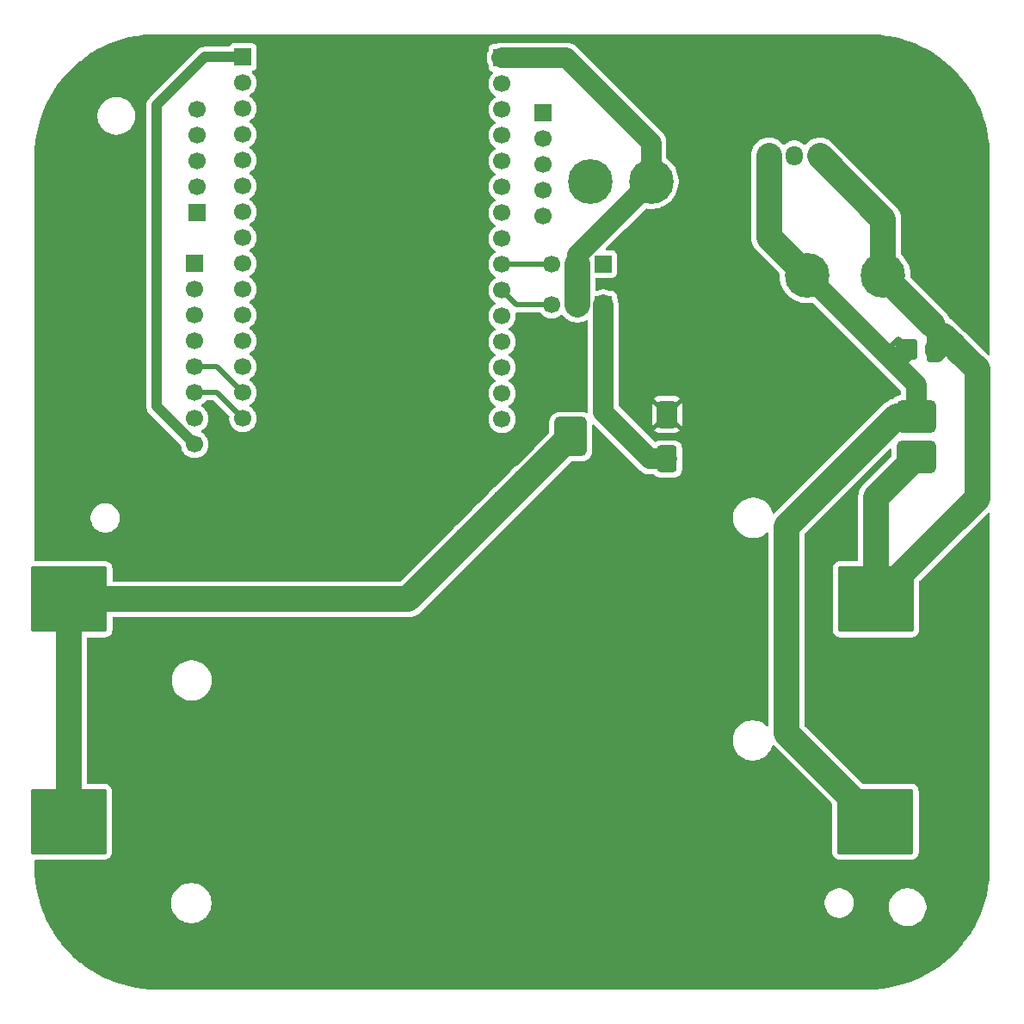
<source format=gbr>
%TF.GenerationSoftware,KiCad,Pcbnew,9.0.3*%
%TF.CreationDate,2025-12-24T22:58:54+05:30*%
%TF.ProjectId,snake_pcb_3,736e616b-655f-4706-9362-5f332e6b6963,rev?*%
%TF.SameCoordinates,Original*%
%TF.FileFunction,Copper,L1,Top*%
%TF.FilePolarity,Positive*%
%FSLAX46Y46*%
G04 Gerber Fmt 4.6, Leading zero omitted, Abs format (unit mm)*
G04 Created by KiCad (PCBNEW 9.0.3) date 2025-12-24 22:58:54*
%MOMM*%
%LPD*%
G01*
G04 APERTURE LIST*
G04 Aperture macros list*
%AMRoundRect*
0 Rectangle with rounded corners*
0 $1 Rounding radius*
0 $2 $3 $4 $5 $6 $7 $8 $9 X,Y pos of 4 corners*
0 Add a 4 corners polygon primitive as box body*
4,1,4,$2,$3,$4,$5,$6,$7,$8,$9,$2,$3,0*
0 Add four circle primitives for the rounded corners*
1,1,$1+$1,$2,$3*
1,1,$1+$1,$4,$5*
1,1,$1+$1,$6,$7*
1,1,$1+$1,$8,$9*
0 Add four rect primitives between the rounded corners*
20,1,$1+$1,$2,$3,$4,$5,0*
20,1,$1+$1,$4,$5,$6,$7,0*
20,1,$1+$1,$6,$7,$8,$9,0*
20,1,$1+$1,$8,$9,$2,$3,0*%
G04 Aperture macros list end*
%TA.AperFunction,ComponentPad*%
%ADD10RoundRect,0.250000X0.600000X0.725000X-0.600000X0.725000X-0.600000X-0.725000X0.600000X-0.725000X0*%
%TD*%
%TA.AperFunction,ComponentPad*%
%ADD11O,1.700000X1.950000*%
%TD*%
%TA.AperFunction,ComponentPad*%
%ADD12R,1.700000X1.700000*%
%TD*%
%TA.AperFunction,ComponentPad*%
%ADD13C,1.700000*%
%TD*%
%TA.AperFunction,ComponentPad*%
%ADD14C,4.400000*%
%TD*%
%TA.AperFunction,SMDPad,CuDef*%
%ADD15RoundRect,0.250003X-3.499997X-2.999997X3.499997X-2.999997X3.499997X2.999997X-3.499997X2.999997X0*%
%TD*%
%TA.AperFunction,SMDPad,CuDef*%
%ADD16RoundRect,0.480000X1.445000X1.120000X-1.445000X1.120000X-1.445000X-1.120000X1.445000X-1.120000X0*%
%TD*%
%TA.AperFunction,SMDPad,CuDef*%
%ADD17RoundRect,0.480000X-1.120000X1.445000X-1.120000X-1.445000X1.120000X-1.445000X1.120000X1.445000X0*%
%TD*%
%TA.AperFunction,SMDPad,CuDef*%
%ADD18RoundRect,0.285750X0.666750X1.031750X-0.666750X1.031750X-0.666750X-1.031750X0.666750X-1.031750X0*%
%TD*%
%TA.AperFunction,SMDPad,CuDef*%
%ADD19RoundRect,0.292875X0.683375X1.024625X-0.683375X1.024625X-0.683375X-1.024625X0.683375X-1.024625X0*%
%TD*%
%TA.AperFunction,SMDPad,CuDef*%
%ADD20RoundRect,0.250003X3.499997X2.999997X-3.499997X2.999997X-3.499997X-2.999997X3.499997X-2.999997X0*%
%TD*%
%TA.AperFunction,ComponentPad*%
%ADD21RoundRect,0.250000X-0.600000X-0.750000X0.600000X-0.750000X0.600000X0.750000X-0.600000X0.750000X0*%
%TD*%
%TA.AperFunction,ComponentPad*%
%ADD22O,1.700000X2.000000*%
%TD*%
%TA.AperFunction,ViaPad*%
%ADD23C,2.500000*%
%TD*%
%TA.AperFunction,Conductor*%
%ADD24C,0.500000*%
%TD*%
%TA.AperFunction,Conductor*%
%ADD25C,2.000000*%
%TD*%
%TA.AperFunction,Conductor*%
%ADD26C,2.500000*%
%TD*%
%TA.AperFunction,Conductor*%
%ADD27C,1.000000*%
%TD*%
G04 APERTURE END LIST*
D10*
%TO.P,J1,1,Pin_1*%
%TO.N,GND*%
X255250000Y-64945000D03*
D11*
%TO.P,J1,2,Pin_2*%
%TO.N,+3.3V*%
X252750000Y-64945000D03*
%TO.P,J1,3,Pin_3*%
%TO.N,+7.5V*%
X250250000Y-64945000D03*
%TD*%
D12*
%TO.P,J6,1,Pin_1*%
%TO.N,P-*%
X233960000Y-75620000D03*
D13*
%TO.P,J6,2,Pin_2*%
%TO.N,Net-(J5-Pin_1)*%
X231420000Y-75620000D03*
%TO.P,J6,3,Pin_3*%
%TO.N,Net-(J5-Pin_9)*%
X228880000Y-75620000D03*
%TD*%
D14*
%TO.P,H5,1,1*%
%TO.N,GND*%
X261500000Y-76750000D03*
%TD*%
D15*
%TO.P,BT1,1,+*%
%TO.N,+3.3V*%
X181400000Y-108600000D03*
%TO.P,BT1,2,-*%
%TO.N,GND*%
X260780000Y-108600000D03*
%TD*%
D12*
%TO.P,J8,1,Pin_1*%
%TO.N,Net-(J5-Pin_3)*%
X228025000Y-60700000D03*
D13*
%TO.P,J8,2,Pin_2*%
%TO.N,Net-(J5-Pin_4)*%
X228025000Y-63240000D03*
%TO.P,J8,3,Pin_3*%
%TO.N,Net-(J5-Pin_5)*%
X228025000Y-65780000D03*
%TO.P,J8,4,Pin_4*%
%TO.N,Net-(J5-Pin_6)*%
X228025000Y-68320000D03*
%TO.P,J8,5,Pin_5*%
%TO.N,Net-(J5-Pin_7)*%
X228025000Y-70860000D03*
%TD*%
D14*
%TO.P,H3,1,1*%
%TO.N,unconnected-(H3-Pad1)*%
X232668353Y-67500000D03*
%TD*%
D12*
%TO.P,J7,1,Pin_1*%
%TO.N,P-*%
X233960000Y-79620000D03*
D13*
%TO.P,J7,2,Pin_2*%
%TO.N,Net-(J5-Pin_1)*%
X231420000Y-79620000D03*
%TO.P,J7,3,Pin_3*%
%TO.N,Net-(J5-Pin_10)*%
X228880000Y-79620000D03*
%TD*%
D16*
%TO.P,U1,1,B-*%
%TO.N,GND*%
X264750000Y-94612500D03*
%TO.P,U1,2,B+*%
%TO.N,+7.5V*%
X264750000Y-90612500D03*
D17*
%TO.P,U1,3,BM*%
%TO.N,+3.3V*%
X230750000Y-92612500D03*
D18*
%TO.P,U1,4,P-*%
%TO.N,P-*%
X240250000Y-94795000D03*
D19*
%TO.P,U1,5,P+*%
%TO.N,P+*%
X240226250Y-90430000D03*
%TD*%
D14*
%TO.P,H1,1,1*%
%TO.N,Net-(J5-Pin_1)*%
X238668353Y-67500000D03*
%TD*%
%TO.P,H4,1,1*%
%TO.N,+7.5V*%
X254000000Y-76750000D03*
%TD*%
D12*
%TO.P,J5,1,Pin_1*%
%TO.N,Net-(J5-Pin_1)*%
X224000000Y-55340000D03*
D13*
%TO.P,J5,2,Pin_2*%
%TO.N,P-*%
X224000000Y-57880000D03*
%TO.P,J5,3,Pin_3*%
%TO.N,Net-(J5-Pin_3)*%
X224000000Y-60420000D03*
%TO.P,J5,4,Pin_4*%
%TO.N,Net-(J5-Pin_4)*%
X224000000Y-62960000D03*
%TO.P,J5,5,Pin_5*%
%TO.N,Net-(J5-Pin_5)*%
X224000000Y-65500000D03*
%TO.P,J5,6,Pin_6*%
%TO.N,Net-(J5-Pin_6)*%
X224000000Y-68040000D03*
%TO.P,J5,7,Pin_7*%
%TO.N,Net-(J5-Pin_7)*%
X224000000Y-70580000D03*
%TO.P,J5,8,Pin_8*%
%TO.N,unconnected-(J5-Pin_8-Pad8)*%
X224000000Y-73120000D03*
%TO.P,J5,9,Pin_9*%
%TO.N,Net-(J5-Pin_9)*%
X224000000Y-75660000D03*
%TO.P,J5,10,Pin_10*%
%TO.N,Net-(J5-Pin_10)*%
X224000000Y-78200000D03*
%TO.P,J5,11,Pin_11*%
%TO.N,unconnected-(J5-Pin_11-Pad11)*%
X224000000Y-80740000D03*
%TO.P,J5,12,Pin_12*%
%TO.N,unconnected-(J5-Pin_12-Pad12)*%
X224000000Y-83280000D03*
%TO.P,J5,13,Pin_13*%
%TO.N,unconnected-(J5-Pin_13-Pad13)*%
X224000000Y-85820000D03*
%TO.P,J5,14,Pin_14*%
%TO.N,unconnected-(J5-Pin_14-Pad14)*%
X224000000Y-88360000D03*
%TO.P,J5,15,Pin_15*%
%TO.N,unconnected-(J5-Pin_15-Pad15)*%
X224000000Y-90900000D03*
%TD*%
D12*
%TO.P,J3,1,Pin_1*%
%TO.N,Net-(J3-Pin_1)*%
X194000000Y-70580000D03*
D13*
%TO.P,J3,2,Pin_2*%
%TO.N,Net-(J3-Pin_2)*%
X194000000Y-68040000D03*
%TO.P,J3,3,Pin_3*%
%TO.N,Net-(J3-Pin_3)*%
X194000000Y-65500000D03*
%TO.P,J3,4,Pin_4*%
%TO.N,Net-(J3-Pin_4)*%
X194000000Y-62960000D03*
%TO.P,J3,5,Pin_5*%
%TO.N,Net-(J3-Pin_5)*%
X194000000Y-60420000D03*
%TD*%
D20*
%TO.P,BT2,1,+*%
%TO.N,+7.5V*%
X260740000Y-130500000D03*
%TO.P,BT2,2,-*%
%TO.N,+3.3V*%
X181360000Y-130500000D03*
%TD*%
D12*
%TO.P,J4,1,Pin_1*%
%TO.N,Net-(J2-Pin_8)*%
X198500000Y-55260000D03*
D13*
%TO.P,J4,2,Pin_2*%
%TO.N,P-*%
X198500000Y-57800000D03*
%TO.P,J4,3,Pin_3*%
%TO.N,Net-(J3-Pin_5)*%
X198500000Y-60340000D03*
%TO.P,J4,4,Pin_4*%
%TO.N,Net-(J3-Pin_4)*%
X198500000Y-62880000D03*
%TO.P,J4,5,Pin_5*%
%TO.N,Net-(J3-Pin_3)*%
X198500000Y-65420000D03*
%TO.P,J4,6,Pin_6*%
%TO.N,Net-(J3-Pin_2)*%
X198500000Y-67960000D03*
%TO.P,J4,7,Pin_7*%
%TO.N,Net-(J3-Pin_1)*%
X198500000Y-70500000D03*
%TO.P,J4,8,Pin_8*%
%TO.N,unconnected-(J4-Pin_8-Pad8)*%
X198500000Y-73040000D03*
%TO.P,J4,9,Pin_9*%
%TO.N,unconnected-(J4-Pin_9-Pad9)*%
X198500000Y-75580000D03*
%TO.P,J4,10,Pin_10*%
%TO.N,unconnected-(J4-Pin_10-Pad10)*%
X198500000Y-78120000D03*
%TO.P,J4,11,Pin_11*%
%TO.N,unconnected-(J4-Pin_11-Pad11)*%
X198500000Y-80660000D03*
%TO.P,J4,12,Pin_12*%
%TO.N,unconnected-(J4-Pin_12-Pad12)*%
X198500000Y-83200000D03*
%TO.P,J4,13,Pin_13*%
%TO.N,unconnected-(J4-Pin_13-Pad13)*%
X198500000Y-85740000D03*
%TO.P,J4,14,Pin_14*%
%TO.N,Net-(J2-Pin_5)*%
X198500000Y-88280000D03*
%TO.P,J4,15,Pin_15*%
%TO.N,Net-(J2-Pin_6)*%
X198500000Y-90820000D03*
%TD*%
D21*
%TO.P,J9,1,Pin_1*%
%TO.N,+7.5V*%
X264000000Y-84000000D03*
D22*
%TO.P,J9,2,Pin_2*%
%TO.N,GND*%
X266500000Y-84000000D03*
%TD*%
D12*
%TO.P,J2,1,Pin_1*%
%TO.N,unconnected-(J2-Pin_1-Pad1)*%
X193750000Y-75590000D03*
D13*
%TO.P,J2,2,Pin_2*%
%TO.N,unconnected-(J2-Pin_2-Pad2)*%
X193750000Y-78130000D03*
%TO.P,J2,3,Pin_3*%
%TO.N,unconnected-(J2-Pin_3-Pad3)*%
X193750000Y-80670000D03*
%TO.P,J2,4,Pin_4*%
%TO.N,unconnected-(J2-Pin_4-Pad4)*%
X193750000Y-83210000D03*
%TO.P,J2,5,Pin_5*%
%TO.N,Net-(J2-Pin_5)*%
X193750000Y-85750000D03*
%TO.P,J2,6,Pin_6*%
%TO.N,Net-(J2-Pin_6)*%
X193750000Y-88290000D03*
%TO.P,J2,7,Pin_7*%
%TO.N,P-*%
X193750000Y-90830000D03*
%TO.P,J2,8,Pin_8*%
%TO.N,Net-(J2-Pin_8)*%
X193750000Y-93370000D03*
%TD*%
D14*
%TO.P,H2,1,1*%
%TO.N,P+*%
X244668353Y-67500000D03*
%TD*%
D23*
%TO.N,+3.3V*%
X222500000Y-100750000D03*
X228306250Y-95056250D03*
X224250000Y-99000000D03*
X226250000Y-97000000D03*
X220500000Y-102750000D03*
%TD*%
D24*
%TO.N,GND*%
X266000000Y-85000000D02*
X266000000Y-84500000D01*
X266000000Y-84500000D02*
X266500000Y-84000000D01*
X267000000Y-85000000D02*
X268375000Y-83625000D01*
D25*
X263150000Y-108600000D02*
X260780000Y-108600000D01*
D26*
X260780000Y-108600000D02*
X260780000Y-98582500D01*
X266375000Y-81625000D02*
X261500000Y-76750000D01*
X268375000Y-83625000D02*
X267375000Y-82625000D01*
X260780000Y-98582500D02*
X264750000Y-94612500D01*
X260780000Y-108600000D02*
X270750000Y-98630000D01*
X268875000Y-84125000D02*
X268375000Y-83625000D01*
X261500000Y-76750000D02*
X261500000Y-71195000D01*
X261500000Y-71195000D02*
X255250000Y-64945000D01*
D24*
X266000000Y-82000000D02*
X266375000Y-81625000D01*
D26*
X270750000Y-86000000D02*
X268875000Y-84125000D01*
D24*
X267000000Y-84000000D02*
X267375000Y-83625000D01*
X267875000Y-84125000D02*
X268875000Y-84125000D01*
D26*
X270750000Y-98630000D02*
X270750000Y-86000000D01*
D24*
X266000000Y-84000000D02*
X267375000Y-82625000D01*
X266000000Y-84000000D02*
X266000000Y-82000000D01*
X267375000Y-83625000D02*
X267375000Y-82625000D01*
X267000000Y-85000000D02*
X267875000Y-84125000D01*
X266000000Y-85000000D02*
X267000000Y-85000000D01*
%TO.N,+7.5V*%
X264000000Y-84000000D02*
X263101000Y-84899000D01*
X262000000Y-84000000D02*
X261625000Y-84375000D01*
X263375000Y-84375000D02*
X263000000Y-84375000D01*
D25*
X261625000Y-84375000D02*
X254000000Y-76750000D01*
D24*
X263000000Y-83000000D02*
X261625000Y-84375000D01*
X263000000Y-84375000D02*
X261625000Y-84375000D01*
X263000000Y-84000000D02*
X262000000Y-84000000D01*
D26*
X250250000Y-73000000D02*
X250250000Y-64945000D01*
X260740000Y-130500000D02*
X252000000Y-121760000D01*
D24*
X263101000Y-84899000D02*
X262625000Y-84899000D01*
D25*
X264750000Y-87500000D02*
X261625000Y-84375000D01*
D26*
X262825001Y-90612500D02*
X264750000Y-90612500D01*
X252000000Y-101437501D02*
X262825001Y-90612500D01*
X252000000Y-121760000D02*
X252000000Y-101437501D01*
D24*
X264000000Y-85000000D02*
X263375000Y-84375000D01*
D26*
X254000000Y-76750000D02*
X250250000Y-73000000D01*
D24*
X263000000Y-83000000D02*
X264000000Y-84000000D01*
D25*
X264750000Y-90612500D02*
X264750000Y-87500000D01*
D24*
X263000000Y-83000000D02*
X263000000Y-84000000D01*
X263000000Y-84000000D02*
X263000000Y-84375000D01*
%TO.N,Net-(J2-Pin_5)*%
X195970000Y-85750000D02*
X193750000Y-85750000D01*
X198500000Y-88280000D02*
X195970000Y-85750000D01*
D27*
%TO.N,Net-(J2-Pin_8)*%
X194740000Y-55260000D02*
X198500000Y-55260000D01*
X193750000Y-93370000D02*
X190000000Y-89620000D01*
X190000000Y-60000000D02*
X194740000Y-55260000D01*
X190000000Y-89620000D02*
X190000000Y-60000000D01*
D24*
%TO.N,Net-(J2-Pin_6)*%
X195970000Y-88290000D02*
X193750000Y-88290000D01*
X198500000Y-90820000D02*
X195970000Y-88290000D01*
D26*
%TO.N,Net-(J5-Pin_1)*%
X231420000Y-75620000D02*
X231420000Y-79620000D01*
D25*
X230340000Y-55340000D02*
X238668353Y-63668353D01*
X238668353Y-63668353D02*
X238668353Y-67500000D01*
X231420000Y-75620000D02*
X231420000Y-74748353D01*
D24*
X231420000Y-79620000D02*
X231420000Y-78970000D01*
D25*
X224000000Y-55340000D02*
X230340000Y-55340000D01*
X231420000Y-74748353D02*
X238668353Y-67500000D01*
D24*
%TO.N,Net-(J5-Pin_10)*%
X225420000Y-79620000D02*
X228880000Y-79620000D01*
X224000000Y-78200000D02*
X225420000Y-79620000D01*
%TO.N,Net-(J5-Pin_9)*%
X228500000Y-76000000D02*
X228880000Y-75620000D01*
X228840000Y-75660000D02*
X228880000Y-75620000D01*
X224000000Y-75660000D02*
X228840000Y-75660000D01*
D26*
%TO.N,+3.3V*%
X228306250Y-95056250D02*
X230750000Y-92612500D01*
X181400000Y-108600000D02*
X214762500Y-108600000D01*
X214762500Y-108600000D02*
X228306250Y-95056250D01*
X181360000Y-130500000D02*
X181360000Y-108640000D01*
X181360000Y-108640000D02*
X181400000Y-108600000D01*
D25*
%TO.N,P-*%
X240250000Y-94795000D02*
X238545000Y-94795000D01*
X238545000Y-94795000D02*
X233960000Y-90210000D01*
X233960000Y-90210000D02*
X233960000Y-79620000D01*
%TD*%
%TA.AperFunction,Conductor*%
%TO.N,P+*%
G36*
X260001746Y-53000549D02*
G01*
X260669355Y-53019279D01*
X260676268Y-53019668D01*
X261340082Y-53075660D01*
X261346938Y-53076432D01*
X262006562Y-53169556D01*
X262013385Y-53170716D01*
X262666739Y-53300676D01*
X262673472Y-53302212D01*
X263318541Y-53468609D01*
X263325192Y-53470526D01*
X263959880Y-53672819D01*
X263966416Y-53675106D01*
X264588779Y-53912675D01*
X264595173Y-53915323D01*
X265203222Y-54187407D01*
X265209468Y-54190415D01*
X265775549Y-54482860D01*
X265801292Y-54496159D01*
X265807375Y-54499521D01*
X266255751Y-54764011D01*
X266381122Y-54837965D01*
X266387012Y-54841666D01*
X266940879Y-55211748D01*
X266946551Y-55215773D01*
X267478778Y-55616315D01*
X267484216Y-55620651D01*
X267993163Y-56050418D01*
X267998345Y-56055049D01*
X268482418Y-56512699D01*
X268487300Y-56517581D01*
X268943590Y-57000215D01*
X268944946Y-57001649D01*
X268949581Y-57006836D01*
X269379348Y-57515783D01*
X269383684Y-57521221D01*
X269784226Y-58053448D01*
X269788251Y-58059120D01*
X270158333Y-58612987D01*
X270162034Y-58618877D01*
X270500476Y-59192620D01*
X270503840Y-59198707D01*
X270809579Y-59790521D01*
X270812597Y-59796788D01*
X271084669Y-60404810D01*
X271087331Y-60411236D01*
X271324888Y-61033568D01*
X271327185Y-61040133D01*
X271529468Y-61674790D01*
X271531394Y-61681474D01*
X271697781Y-62326503D01*
X271699328Y-62333284D01*
X271829280Y-62986597D01*
X271830445Y-62993454D01*
X271923563Y-63653033D01*
X271924342Y-63659945D01*
X271980330Y-64323715D01*
X271980720Y-64330659D01*
X271999451Y-64998253D01*
X271999500Y-65001731D01*
X271999500Y-84474557D01*
X271979815Y-84541596D01*
X271927011Y-84587351D01*
X271857853Y-84597295D01*
X271794297Y-84568270D01*
X271787819Y-84562238D01*
X269531661Y-82306080D01*
X268531666Y-81306084D01*
X268531659Y-81306078D01*
X268349621Y-81166396D01*
X268349615Y-81166392D01*
X268349612Y-81166390D01*
X268150888Y-81051656D01*
X268150884Y-81051654D01*
X268055119Y-81011987D01*
X268000716Y-80968146D01*
X267988012Y-80944882D01*
X267948344Y-80849112D01*
X267833610Y-80650388D01*
X267833605Y-80650382D01*
X267833603Y-80650378D01*
X267693921Y-80468340D01*
X267693915Y-80468333D01*
X264235306Y-77009725D01*
X264201821Y-76948402D01*
X264199768Y-76908151D01*
X264200500Y-76901658D01*
X264200500Y-76598340D01*
X264200499Y-76598336D01*
X264198149Y-76577483D01*
X264180287Y-76418949D01*
X264166542Y-76296951D01*
X264166541Y-76296946D01*
X264166540Y-76296937D01*
X264099046Y-76001228D01*
X264090303Y-75976243D01*
X264062309Y-75896239D01*
X263998868Y-75714935D01*
X263867265Y-75441659D01*
X263705892Y-75184836D01*
X263516779Y-74947696D01*
X263302304Y-74733221D01*
X263297185Y-74729138D01*
X263257046Y-74671951D01*
X263250500Y-74632194D01*
X263250500Y-71080265D01*
X263242357Y-71018412D01*
X263235495Y-70966287D01*
X263220549Y-70852761D01*
X263161158Y-70631114D01*
X263150874Y-70606287D01*
X263150873Y-70606284D01*
X263150873Y-70606283D01*
X263124974Y-70543758D01*
X263124974Y-70543757D01*
X263073349Y-70419120D01*
X263073344Y-70419111D01*
X262997742Y-70288165D01*
X262958611Y-70220388D01*
X262888765Y-70129363D01*
X262818920Y-70038339D01*
X262818915Y-70038333D01*
X256406666Y-63626084D01*
X256406659Y-63626078D01*
X256224621Y-63486396D01*
X256224615Y-63486392D01*
X256224612Y-63486390D01*
X256025888Y-63371656D01*
X256025879Y-63371651D01*
X255813887Y-63283842D01*
X255785512Y-63276239D01*
X255592239Y-63224452D01*
X255592233Y-63224451D01*
X255592228Y-63224450D01*
X255364735Y-63194501D01*
X255364734Y-63194501D01*
X255135266Y-63194501D01*
X255135265Y-63194501D01*
X254907771Y-63224450D01*
X254907764Y-63224451D01*
X254907761Y-63224452D01*
X254833728Y-63244289D01*
X254686112Y-63283842D01*
X254474120Y-63371651D01*
X254474111Y-63371656D01*
X254275388Y-63486390D01*
X254275378Y-63486396D01*
X254093340Y-63626078D01*
X254093333Y-63626084D01*
X253931084Y-63788333D01*
X253885668Y-63847521D01*
X253829240Y-63888723D01*
X253759494Y-63892878D01*
X253699611Y-63859715D01*
X253629786Y-63789890D01*
X253457820Y-63664951D01*
X253268414Y-63568444D01*
X253268413Y-63568443D01*
X253268412Y-63568443D01*
X253066243Y-63502754D01*
X253066241Y-63502753D01*
X253066240Y-63502753D01*
X252904957Y-63477208D01*
X252856287Y-63469500D01*
X252643713Y-63469500D01*
X252595042Y-63477208D01*
X252433760Y-63502753D01*
X252231585Y-63568444D01*
X252042179Y-63664951D01*
X251870215Y-63789889D01*
X251800388Y-63859716D01*
X251739064Y-63893200D01*
X251669373Y-63888215D01*
X251614331Y-63847521D01*
X251608396Y-63839786D01*
X251568919Y-63788339D01*
X251568917Y-63788337D01*
X251568914Y-63788333D01*
X251406670Y-63626089D01*
X251406661Y-63626081D01*
X251224617Y-63486392D01*
X251025890Y-63371657D01*
X251025876Y-63371650D01*
X250813887Y-63283842D01*
X250785512Y-63276239D01*
X250592238Y-63224452D01*
X250554215Y-63219446D01*
X250364741Y-63194500D01*
X250364734Y-63194500D01*
X250135266Y-63194500D01*
X250135258Y-63194500D01*
X249918715Y-63223009D01*
X249907762Y-63224452D01*
X249814076Y-63249554D01*
X249686112Y-63283842D01*
X249474123Y-63371650D01*
X249474109Y-63371657D01*
X249275382Y-63486392D01*
X249093338Y-63626081D01*
X248931081Y-63788338D01*
X248791392Y-63970382D01*
X248676657Y-64169109D01*
X248676650Y-64169123D01*
X248588842Y-64381112D01*
X248565053Y-64469896D01*
X248537558Y-64572512D01*
X248529453Y-64602759D01*
X248529451Y-64602770D01*
X248499500Y-64830258D01*
X248499500Y-73114741D01*
X248516827Y-73246344D01*
X248517026Y-73247853D01*
X248529452Y-73342239D01*
X248533618Y-73357785D01*
X248535320Y-73364140D01*
X248535321Y-73364141D01*
X248588842Y-73563886D01*
X248588845Y-73563896D01*
X248676652Y-73775881D01*
X248676656Y-73775888D01*
X248791389Y-73974612D01*
X248791391Y-73974615D01*
X248791392Y-73974616D01*
X248841942Y-74040495D01*
X248841947Y-74040500D01*
X248931078Y-74156659D01*
X248931084Y-74156666D01*
X251264693Y-76490274D01*
X251298178Y-76551597D01*
X251300233Y-76591832D01*
X251299500Y-76598339D01*
X251299500Y-76901663D01*
X251333457Y-77203048D01*
X251333460Y-77203062D01*
X251400953Y-77498771D01*
X251400957Y-77498783D01*
X251501133Y-77785068D01*
X251632733Y-78058338D01*
X251632735Y-78058341D01*
X251794108Y-78315164D01*
X251898637Y-78446239D01*
X251960884Y-78524295D01*
X251983221Y-78552304D01*
X252197696Y-78766779D01*
X252434836Y-78955892D01*
X252691659Y-79117265D01*
X252964935Y-79248868D01*
X253081101Y-79289516D01*
X253251216Y-79349042D01*
X253251228Y-79349046D01*
X253546937Y-79416540D01*
X253546946Y-79416541D01*
X253546951Y-79416542D01*
X253747874Y-79439180D01*
X253848337Y-79450499D01*
X253848340Y-79450500D01*
X253848343Y-79450500D01*
X254151660Y-79450500D01*
X254151661Y-79450499D01*
X254453063Y-79416540D01*
X254460698Y-79414797D01*
X254530433Y-79419065D01*
X254575978Y-79448005D01*
X263213181Y-88085208D01*
X263227884Y-88112135D01*
X263244477Y-88137954D01*
X263245368Y-88144154D01*
X263246666Y-88146531D01*
X263249500Y-88172889D01*
X263249500Y-88398412D01*
X263229815Y-88465451D01*
X263177011Y-88511206D01*
X263136482Y-88521925D01*
X263131130Y-88522400D01*
X262939410Y-88577259D01*
X262939408Y-88577259D01*
X262939408Y-88577260D01*
X262762655Y-88669588D01*
X262762653Y-88669589D01*
X262762652Y-88669590D01*
X262608103Y-88795608D01*
X262566280Y-88846900D01*
X262508659Y-88886416D01*
X262486374Y-88891476D01*
X262482766Y-88891951D01*
X262482765Y-88891951D01*
X262349042Y-88927781D01*
X262349042Y-88927782D01*
X262261114Y-88951342D01*
X262261112Y-88951342D01*
X262261111Y-88951343D01*
X262049124Y-89039150D01*
X262049109Y-89039157D01*
X261850390Y-89153887D01*
X261850387Y-89153889D01*
X261850388Y-89153890D01*
X261668334Y-89293585D01*
X250823948Y-100137970D01*
X250762625Y-100171455D01*
X250692933Y-100166471D01*
X250637000Y-100124599D01*
X250616494Y-100082385D01*
X250584675Y-99963634D01*
X250485574Y-99724384D01*
X250356093Y-99500116D01*
X250303121Y-99431081D01*
X250198448Y-99294668D01*
X250198442Y-99294661D01*
X250015338Y-99111557D01*
X250015331Y-99111551D01*
X249809883Y-98953906D01*
X249585619Y-98824427D01*
X249585609Y-98824423D01*
X249346364Y-98725324D01*
X249221297Y-98691813D01*
X249096228Y-98658301D01*
X249096222Y-98658300D01*
X249096217Y-98658299D01*
X248839491Y-98624501D01*
X248839486Y-98624500D01*
X248839481Y-98624500D01*
X248580519Y-98624500D01*
X248580513Y-98624500D01*
X248580508Y-98624501D01*
X248323782Y-98658299D01*
X248323775Y-98658300D01*
X248323772Y-98658301D01*
X248270908Y-98672465D01*
X248073635Y-98725324D01*
X247834390Y-98824423D01*
X247834380Y-98824427D01*
X247610116Y-98953906D01*
X247404668Y-99111551D01*
X247404661Y-99111557D01*
X247221557Y-99294661D01*
X247221551Y-99294668D01*
X247063906Y-99500116D01*
X246934427Y-99724380D01*
X246934423Y-99724390D01*
X246835324Y-99963635D01*
X246768302Y-100213769D01*
X246768299Y-100213782D01*
X246734501Y-100470508D01*
X246734500Y-100470525D01*
X246734500Y-100729474D01*
X246734501Y-100729491D01*
X246768299Y-100986217D01*
X246768300Y-100986222D01*
X246768301Y-100986228D01*
X246768302Y-100986230D01*
X246835324Y-101236364D01*
X246934423Y-101475609D01*
X246934427Y-101475619D01*
X247063906Y-101699883D01*
X247221551Y-101905331D01*
X247221557Y-101905338D01*
X247404661Y-102088442D01*
X247404668Y-102088448D01*
X247610116Y-102246093D01*
X247834380Y-102375572D01*
X247834381Y-102375572D01*
X247834384Y-102375574D01*
X248073634Y-102474675D01*
X248323772Y-102541699D01*
X248580519Y-102575500D01*
X248580526Y-102575500D01*
X248839474Y-102575500D01*
X248839481Y-102575500D01*
X249096228Y-102541699D01*
X249346366Y-102474675D01*
X249585616Y-102375574D01*
X249809884Y-102246093D01*
X250015333Y-102088447D01*
X250024447Y-102079333D01*
X250037819Y-102065962D01*
X250099142Y-102032477D01*
X250168834Y-102037461D01*
X250224767Y-102079333D01*
X250249184Y-102144797D01*
X250249500Y-102153643D01*
X250249500Y-120986357D01*
X250229815Y-121053396D01*
X250177011Y-121099151D01*
X250107853Y-121109095D01*
X250044297Y-121080070D01*
X250037819Y-121074038D01*
X249975338Y-121011557D01*
X249975331Y-121011551D01*
X249769883Y-120853906D01*
X249545619Y-120724427D01*
X249545609Y-120724423D01*
X249306364Y-120625324D01*
X249181297Y-120591813D01*
X249056228Y-120558301D01*
X249056222Y-120558300D01*
X249056217Y-120558299D01*
X248799491Y-120524501D01*
X248799486Y-120524500D01*
X248799481Y-120524500D01*
X248540519Y-120524500D01*
X248540513Y-120524500D01*
X248540508Y-120524501D01*
X248283782Y-120558299D01*
X248283775Y-120558300D01*
X248283772Y-120558301D01*
X248230908Y-120572465D01*
X248033635Y-120625324D01*
X247794390Y-120724423D01*
X247794380Y-120724427D01*
X247570116Y-120853906D01*
X247364668Y-121011551D01*
X247364661Y-121011557D01*
X247181557Y-121194661D01*
X247181551Y-121194668D01*
X247023906Y-121400116D01*
X246894427Y-121624380D01*
X246894423Y-121624390D01*
X246795324Y-121863635D01*
X246728302Y-122113769D01*
X246728299Y-122113782D01*
X246694501Y-122370508D01*
X246694500Y-122370525D01*
X246694500Y-122629474D01*
X246694501Y-122629491D01*
X246728299Y-122886217D01*
X246728300Y-122886222D01*
X246728301Y-122886228D01*
X246751492Y-122972777D01*
X246795324Y-123136364D01*
X246894423Y-123375609D01*
X246894427Y-123375619D01*
X247023906Y-123599883D01*
X247181551Y-123805331D01*
X247181557Y-123805338D01*
X247364661Y-123988442D01*
X247364668Y-123988448D01*
X247570116Y-124146093D01*
X247794380Y-124275572D01*
X247794381Y-124275572D01*
X247794384Y-124275574D01*
X248033634Y-124374675D01*
X248283772Y-124441699D01*
X248540519Y-124475500D01*
X248540526Y-124475500D01*
X248799474Y-124475500D01*
X248799481Y-124475500D01*
X249056228Y-124441699D01*
X249306366Y-124374675D01*
X249545616Y-124275574D01*
X249769884Y-124146093D01*
X249975333Y-123988447D01*
X250158447Y-123805333D01*
X250316093Y-123599884D01*
X250445574Y-123375616D01*
X250544675Y-123136366D01*
X250564342Y-123062965D01*
X250600705Y-123003307D01*
X250663551Y-122972777D01*
X250732927Y-122981071D01*
X250771797Y-123007379D01*
X256453181Y-128688762D01*
X256486666Y-128750085D01*
X256489500Y-128776443D01*
X256489500Y-133550013D01*
X256500000Y-133652793D01*
X256500001Y-133652795D01*
X256555186Y-133819332D01*
X256647289Y-133968654D01*
X256771346Y-134092711D01*
X256920668Y-134184814D01*
X257087205Y-134239999D01*
X257189994Y-134250500D01*
X257189999Y-134250500D01*
X264290001Y-134250500D01*
X264290006Y-134250500D01*
X264392795Y-134239999D01*
X264559332Y-134184814D01*
X264708654Y-134092711D01*
X264832711Y-133968654D01*
X264924814Y-133819332D01*
X264979999Y-133652795D01*
X264990500Y-133550006D01*
X264990500Y-127449994D01*
X264979999Y-127347205D01*
X264924814Y-127180668D01*
X264832711Y-127031346D01*
X264708654Y-126907289D01*
X264559332Y-126815186D01*
X264392795Y-126760001D01*
X264392793Y-126760000D01*
X264290013Y-126749500D01*
X264290006Y-126749500D01*
X259516443Y-126749500D01*
X259449404Y-126729815D01*
X259428762Y-126713181D01*
X253786819Y-121071238D01*
X253753334Y-121009915D01*
X253750500Y-120983557D01*
X253750500Y-102213943D01*
X253770185Y-102146904D01*
X253786819Y-102126262D01*
X262112819Y-93800262D01*
X262174142Y-93766777D01*
X262243834Y-93771761D01*
X262299767Y-93813633D01*
X262324184Y-93879097D01*
X262324500Y-93887943D01*
X262324500Y-94511056D01*
X262304815Y-94578095D01*
X262288181Y-94598737D01*
X259461084Y-97425833D01*
X259461078Y-97425840D01*
X259391235Y-97516863D01*
X259372416Y-97541389D01*
X259321385Y-97607892D01*
X259206657Y-97806608D01*
X259206652Y-97806618D01*
X259118845Y-98018603D01*
X259118842Y-98018613D01*
X259081853Y-98156660D01*
X259059452Y-98240262D01*
X259029500Y-98467758D01*
X259029500Y-104725500D01*
X259009815Y-104792539D01*
X258957011Y-104838294D01*
X258905500Y-104849500D01*
X257229986Y-104849500D01*
X257127206Y-104860000D01*
X257127205Y-104860001D01*
X257044672Y-104887349D01*
X256960670Y-104915185D01*
X256960665Y-104915187D01*
X256811344Y-105007290D01*
X256687290Y-105131344D01*
X256595187Y-105280665D01*
X256595186Y-105280668D01*
X256540001Y-105447205D01*
X256540001Y-105447206D01*
X256540000Y-105447206D01*
X256529500Y-105549986D01*
X256529500Y-111650013D01*
X256540000Y-111752793D01*
X256540001Y-111752795D01*
X256595186Y-111919332D01*
X256687289Y-112068654D01*
X256811346Y-112192711D01*
X256960668Y-112284814D01*
X257127205Y-112339999D01*
X257229994Y-112350500D01*
X257229999Y-112350500D01*
X264330001Y-112350500D01*
X264330006Y-112350500D01*
X264432795Y-112339999D01*
X264599332Y-112284814D01*
X264748654Y-112192711D01*
X264872711Y-112068654D01*
X264964814Y-111919332D01*
X265019999Y-111752795D01*
X265030500Y-111650006D01*
X265030500Y-106876442D01*
X265050185Y-106809403D01*
X265066819Y-106788761D01*
X271787819Y-100067761D01*
X271849142Y-100034276D01*
X271918834Y-100039260D01*
X271974767Y-100081132D01*
X271999184Y-100146596D01*
X271999500Y-100155442D01*
X271999500Y-134998268D01*
X271999451Y-135001746D01*
X271980720Y-135669340D01*
X271980330Y-135676284D01*
X271924342Y-136340054D01*
X271923563Y-136346966D01*
X271830445Y-137006545D01*
X271829280Y-137013402D01*
X271699328Y-137666715D01*
X271697781Y-137673496D01*
X271531394Y-138318525D01*
X271529468Y-138325209D01*
X271327185Y-138959866D01*
X271324888Y-138966431D01*
X271087331Y-139588763D01*
X271084669Y-139595189D01*
X270812597Y-140203211D01*
X270809579Y-140209478D01*
X270503840Y-140801292D01*
X270500476Y-140807379D01*
X270162034Y-141381122D01*
X270158333Y-141387012D01*
X269788251Y-141940879D01*
X269784226Y-141946551D01*
X269383684Y-142478778D01*
X269379348Y-142484216D01*
X268949581Y-142993163D01*
X268944946Y-142998350D01*
X268487318Y-143482400D01*
X268482400Y-143487318D01*
X267998350Y-143944946D01*
X267993163Y-143949581D01*
X267484216Y-144379348D01*
X267478778Y-144383684D01*
X266946551Y-144784226D01*
X266940879Y-144788251D01*
X266387012Y-145158333D01*
X266381122Y-145162034D01*
X265807379Y-145500476D01*
X265801292Y-145503840D01*
X265209478Y-145809579D01*
X265203211Y-145812597D01*
X264595189Y-146084669D01*
X264588763Y-146087331D01*
X263966431Y-146324888D01*
X263959866Y-146327185D01*
X263325209Y-146529468D01*
X263318525Y-146531394D01*
X262673496Y-146697781D01*
X262666715Y-146699328D01*
X262013402Y-146829280D01*
X262006545Y-146830445D01*
X261346966Y-146923563D01*
X261340054Y-146924342D01*
X260676284Y-146980330D01*
X260669340Y-146980720D01*
X260001746Y-146999451D01*
X259998268Y-146999500D01*
X190001732Y-146999500D01*
X189998254Y-146999451D01*
X189330659Y-146980720D01*
X189323715Y-146980330D01*
X188659945Y-146924342D01*
X188653033Y-146923563D01*
X187993454Y-146830445D01*
X187986597Y-146829280D01*
X187333284Y-146699328D01*
X187326503Y-146697781D01*
X186681474Y-146531394D01*
X186674790Y-146529468D01*
X186040133Y-146327185D01*
X186033568Y-146324888D01*
X185411236Y-146087331D01*
X185404810Y-146084669D01*
X184796788Y-145812597D01*
X184790521Y-145809579D01*
X184198707Y-145503840D01*
X184192620Y-145500476D01*
X183618877Y-145162034D01*
X183612987Y-145158333D01*
X183059120Y-144788251D01*
X183053448Y-144784226D01*
X182521221Y-144383684D01*
X182515783Y-144379348D01*
X182006836Y-143949581D01*
X182001649Y-143944946D01*
X181726440Y-143684759D01*
X181517581Y-143487300D01*
X181512699Y-143482418D01*
X181055049Y-142998345D01*
X181050418Y-142993163D01*
X180620651Y-142484216D01*
X180616315Y-142478778D01*
X180215773Y-141946551D01*
X180211748Y-141940879D01*
X179841666Y-141387012D01*
X179837965Y-141381122D01*
X179499523Y-140807379D01*
X179496159Y-140801292D01*
X179327851Y-140475500D01*
X179190415Y-140209468D01*
X179187402Y-140203211D01*
X178915323Y-139595173D01*
X178912675Y-139588779D01*
X178675106Y-138966416D01*
X178672814Y-138959866D01*
X178649344Y-138886230D01*
X178484975Y-138370525D01*
X191454500Y-138370525D01*
X191454500Y-138629474D01*
X191454501Y-138629491D01*
X191488299Y-138886217D01*
X191488300Y-138886222D01*
X191488301Y-138886228D01*
X191488302Y-138886230D01*
X191555324Y-139136364D01*
X191654423Y-139375609D01*
X191654427Y-139375619D01*
X191783906Y-139599883D01*
X191941551Y-139805331D01*
X191941557Y-139805338D01*
X192124661Y-139988442D01*
X192124668Y-139988448D01*
X192330116Y-140146093D01*
X192554380Y-140275572D01*
X192554381Y-140275572D01*
X192554384Y-140275574D01*
X192793634Y-140374675D01*
X193043772Y-140441699D01*
X193300519Y-140475500D01*
X193300526Y-140475500D01*
X193559474Y-140475500D01*
X193559481Y-140475500D01*
X193816228Y-140441699D01*
X194066366Y-140374675D01*
X194305616Y-140275574D01*
X194529884Y-140146093D01*
X194735333Y-139988447D01*
X194918447Y-139805333D01*
X195076093Y-139599884D01*
X195205574Y-139375616D01*
X195304675Y-139136366D01*
X195371699Y-138886228D01*
X195405500Y-138629481D01*
X195405500Y-138386231D01*
X255734500Y-138386231D01*
X255734500Y-138613768D01*
X255770093Y-138838490D01*
X255840400Y-139054876D01*
X255840401Y-139054879D01*
X255943697Y-139257607D01*
X256077434Y-139441680D01*
X256238320Y-139602566D01*
X256422393Y-139736303D01*
X256521825Y-139786966D01*
X256625120Y-139839598D01*
X256625123Y-139839599D01*
X256733316Y-139874752D01*
X256841511Y-139909907D01*
X256945591Y-139926391D01*
X257066232Y-139945500D01*
X257066237Y-139945500D01*
X257293768Y-139945500D01*
X257402710Y-139928244D01*
X257518489Y-139909907D01*
X257734879Y-139839598D01*
X257937607Y-139736303D01*
X258121680Y-139602566D01*
X258282566Y-139441680D01*
X258416303Y-139257607D01*
X258519598Y-139054879D01*
X258589907Y-138838489D01*
X258599375Y-138778711D01*
X262049500Y-138778711D01*
X262049500Y-139021288D01*
X262081161Y-139261785D01*
X262143947Y-139496104D01*
X262236773Y-139720205D01*
X262236777Y-139720214D01*
X262246066Y-139736303D01*
X262358064Y-139930289D01*
X262358066Y-139930292D01*
X262358067Y-139930293D01*
X262505733Y-140122736D01*
X262505739Y-140122743D01*
X262677256Y-140294260D01*
X262677262Y-140294265D01*
X262869711Y-140441936D01*
X263079788Y-140563224D01*
X263303900Y-140656054D01*
X263538211Y-140718838D01*
X263718586Y-140742584D01*
X263778711Y-140750500D01*
X263778712Y-140750500D01*
X264021289Y-140750500D01*
X264069388Y-140744167D01*
X264261789Y-140718838D01*
X264496100Y-140656054D01*
X264720212Y-140563224D01*
X264930289Y-140441936D01*
X265122738Y-140294265D01*
X265294265Y-140122738D01*
X265441936Y-139930289D01*
X265563224Y-139720212D01*
X265656054Y-139496100D01*
X265718838Y-139261789D01*
X265750500Y-139021288D01*
X265750500Y-138778712D01*
X265718838Y-138538211D01*
X265656054Y-138303900D01*
X265563224Y-138079788D01*
X265441936Y-137869711D01*
X265294265Y-137677262D01*
X265294260Y-137677256D01*
X265122743Y-137505739D01*
X265122736Y-137505733D01*
X264930293Y-137358067D01*
X264930292Y-137358066D01*
X264930289Y-137358064D01*
X264720212Y-137236776D01*
X264720205Y-137236773D01*
X264496104Y-137143947D01*
X264378944Y-137112554D01*
X264261789Y-137081162D01*
X264261788Y-137081161D01*
X264261785Y-137081161D01*
X264021289Y-137049500D01*
X264021288Y-137049500D01*
X263778712Y-137049500D01*
X263778711Y-137049500D01*
X263538214Y-137081161D01*
X263303895Y-137143947D01*
X263079794Y-137236773D01*
X263079785Y-137236777D01*
X262869706Y-137358067D01*
X262677263Y-137505733D01*
X262677256Y-137505739D01*
X262505739Y-137677256D01*
X262505733Y-137677263D01*
X262358067Y-137869706D01*
X262236777Y-138079785D01*
X262236773Y-138079794D01*
X262143947Y-138303895D01*
X262081161Y-138538214D01*
X262049500Y-138778711D01*
X258599375Y-138778711D01*
X258603090Y-138755255D01*
X258625500Y-138613768D01*
X258625500Y-138386231D01*
X258604793Y-138255499D01*
X258589907Y-138161511D01*
X258519598Y-137945121D01*
X258519598Y-137945120D01*
X258416302Y-137742392D01*
X258368983Y-137677263D01*
X258282566Y-137558320D01*
X258121680Y-137397434D01*
X257937607Y-137263697D01*
X257734879Y-137160401D01*
X257734876Y-137160400D01*
X257518490Y-137090093D01*
X257293768Y-137054500D01*
X257293763Y-137054500D01*
X257066237Y-137054500D01*
X257066232Y-137054500D01*
X256841509Y-137090093D01*
X256625123Y-137160400D01*
X256625120Y-137160401D01*
X256422392Y-137263697D01*
X256317372Y-137339998D01*
X256238320Y-137397434D01*
X256238318Y-137397436D01*
X256238317Y-137397436D01*
X256077436Y-137558317D01*
X256077436Y-137558318D01*
X256077434Y-137558320D01*
X256029439Y-137624380D01*
X255943697Y-137742392D01*
X255840401Y-137945120D01*
X255840400Y-137945123D01*
X255770093Y-138161509D01*
X255734500Y-138386231D01*
X195405500Y-138386231D01*
X195405500Y-138370519D01*
X195371699Y-138113772D01*
X195304675Y-137863634D01*
X195205574Y-137624384D01*
X195137074Y-137505739D01*
X195076093Y-137400116D01*
X194918448Y-137194668D01*
X194918442Y-137194661D01*
X194735338Y-137011557D01*
X194735331Y-137011551D01*
X194529883Y-136853906D01*
X194305619Y-136724427D01*
X194305609Y-136724423D01*
X194066364Y-136625324D01*
X193941297Y-136591813D01*
X193816228Y-136558301D01*
X193816222Y-136558300D01*
X193816217Y-136558299D01*
X193559491Y-136524501D01*
X193559486Y-136524500D01*
X193559481Y-136524500D01*
X193300519Y-136524500D01*
X193300513Y-136524500D01*
X193300508Y-136524501D01*
X193043782Y-136558299D01*
X193043775Y-136558300D01*
X193043772Y-136558301D01*
X192990908Y-136572465D01*
X192793635Y-136625324D01*
X192554390Y-136724423D01*
X192554380Y-136724427D01*
X192330116Y-136853906D01*
X192124668Y-137011551D01*
X192124661Y-137011557D01*
X191941557Y-137194661D01*
X191941551Y-137194668D01*
X191783906Y-137400116D01*
X191654427Y-137624380D01*
X191654423Y-137624390D01*
X191555324Y-137863635D01*
X191488302Y-138113769D01*
X191488299Y-138113782D01*
X191454501Y-138370508D01*
X191454500Y-138370525D01*
X178484975Y-138370525D01*
X178470526Y-138325192D01*
X178468609Y-138318541D01*
X178302212Y-137673472D01*
X178300676Y-137666739D01*
X178170716Y-137013385D01*
X178169556Y-137006562D01*
X178076432Y-136346938D01*
X178075660Y-136340082D01*
X178019668Y-135676268D01*
X178019279Y-135669340D01*
X178000549Y-135001746D01*
X178000500Y-134998268D01*
X178000500Y-134374500D01*
X178020185Y-134307461D01*
X178072989Y-134261706D01*
X178124500Y-134250500D01*
X184910001Y-134250500D01*
X184910006Y-134250500D01*
X185012795Y-134239999D01*
X185179332Y-134184814D01*
X185328654Y-134092711D01*
X185452711Y-133968654D01*
X185544814Y-133819332D01*
X185599999Y-133652795D01*
X185610500Y-133550006D01*
X185610500Y-127449994D01*
X185599999Y-127347205D01*
X185544814Y-127180668D01*
X185452711Y-127031346D01*
X185328654Y-126907289D01*
X185179332Y-126815186D01*
X185012795Y-126760001D01*
X185012793Y-126760000D01*
X184910013Y-126749500D01*
X184910006Y-126749500D01*
X183234500Y-126749500D01*
X183167461Y-126729815D01*
X183121706Y-126677011D01*
X183110500Y-126625500D01*
X183110500Y-116470525D01*
X191494500Y-116470525D01*
X191494500Y-116729474D01*
X191494501Y-116729491D01*
X191528299Y-116986217D01*
X191528300Y-116986222D01*
X191528301Y-116986228D01*
X191528302Y-116986230D01*
X191595324Y-117236364D01*
X191694423Y-117475609D01*
X191694427Y-117475619D01*
X191823906Y-117699883D01*
X191981551Y-117905331D01*
X191981557Y-117905338D01*
X192164661Y-118088442D01*
X192164668Y-118088448D01*
X192370116Y-118246093D01*
X192594380Y-118375572D01*
X192594381Y-118375572D01*
X192594384Y-118375574D01*
X192833634Y-118474675D01*
X193083772Y-118541699D01*
X193340519Y-118575500D01*
X193340526Y-118575500D01*
X193599474Y-118575500D01*
X193599481Y-118575500D01*
X193856228Y-118541699D01*
X194106366Y-118474675D01*
X194345616Y-118375574D01*
X194569884Y-118246093D01*
X194775333Y-118088447D01*
X194958447Y-117905333D01*
X195116093Y-117699884D01*
X195245574Y-117475616D01*
X195344675Y-117236366D01*
X195411699Y-116986228D01*
X195445500Y-116729481D01*
X195445500Y-116470519D01*
X195411699Y-116213772D01*
X195344675Y-115963634D01*
X195245574Y-115724384D01*
X195116093Y-115500116D01*
X194958447Y-115294667D01*
X194958442Y-115294661D01*
X194775338Y-115111557D01*
X194775331Y-115111551D01*
X194569883Y-114953906D01*
X194345619Y-114824427D01*
X194345609Y-114824423D01*
X194106364Y-114725324D01*
X193981297Y-114691813D01*
X193856228Y-114658301D01*
X193856222Y-114658300D01*
X193856217Y-114658299D01*
X193599491Y-114624501D01*
X193599486Y-114624500D01*
X193599481Y-114624500D01*
X193340519Y-114624500D01*
X193340513Y-114624500D01*
X193340508Y-114624501D01*
X193083782Y-114658299D01*
X193083775Y-114658300D01*
X193083772Y-114658301D01*
X193030908Y-114672465D01*
X192833635Y-114725324D01*
X192594390Y-114824423D01*
X192594380Y-114824427D01*
X192370116Y-114953906D01*
X192164668Y-115111551D01*
X192164661Y-115111557D01*
X191981557Y-115294661D01*
X191981551Y-115294668D01*
X191823906Y-115500116D01*
X191694427Y-115724380D01*
X191694423Y-115724390D01*
X191595324Y-115963635D01*
X191528302Y-116213769D01*
X191528299Y-116213782D01*
X191494501Y-116470508D01*
X191494500Y-116470525D01*
X183110500Y-116470525D01*
X183110500Y-112474500D01*
X183130185Y-112407461D01*
X183182989Y-112361706D01*
X183234500Y-112350500D01*
X184950001Y-112350500D01*
X184950006Y-112350500D01*
X185052795Y-112339999D01*
X185219332Y-112284814D01*
X185368654Y-112192711D01*
X185492711Y-112068654D01*
X185584814Y-111919332D01*
X185639999Y-111752795D01*
X185650500Y-111650006D01*
X185650500Y-110474500D01*
X185670185Y-110407461D01*
X185722989Y-110361706D01*
X185774500Y-110350500D01*
X214877227Y-110350500D01*
X214877234Y-110350500D01*
X215078271Y-110324032D01*
X215078272Y-110324032D01*
X215104729Y-110320550D01*
X215104734Y-110320548D01*
X215104739Y-110320548D01*
X215326387Y-110261158D01*
X215538388Y-110173344D01*
X215737112Y-110058611D01*
X215828136Y-109988765D01*
X215919161Y-109918920D01*
X229625170Y-96212911D01*
X230763762Y-95074317D01*
X230825085Y-95040833D01*
X230851443Y-95037999D01*
X231926872Y-95037999D01*
X231926880Y-95037999D01*
X232043872Y-95027599D01*
X232235592Y-94972740D01*
X232412345Y-94880412D01*
X232566894Y-94754394D01*
X232692912Y-94599845D01*
X232785240Y-94423092D01*
X232840099Y-94231372D01*
X232850500Y-94114381D01*
X232850499Y-91521887D01*
X232870184Y-91454849D01*
X232922987Y-91409094D01*
X232992146Y-91399150D01*
X233055702Y-91428175D01*
X233062180Y-91434207D01*
X237567490Y-95939517D01*
X237758566Y-96078343D01*
X237969008Y-96185568D01*
X238193631Y-96258553D01*
X238281109Y-96272408D01*
X238426903Y-96295500D01*
X238426908Y-96295500D01*
X238663092Y-96295500D01*
X238888712Y-96295500D01*
X238955751Y-96315185D01*
X238976393Y-96331819D01*
X239089929Y-96445355D01*
X239239950Y-96539619D01*
X239354359Y-96579652D01*
X239407188Y-96598138D01*
X239491544Y-96607642D01*
X239539091Y-96612999D01*
X239539092Y-96613000D01*
X239539096Y-96613000D01*
X240960908Y-96613000D01*
X240960908Y-96612999D01*
X241020724Y-96606259D01*
X241092811Y-96598138D01*
X241092814Y-96598137D01*
X241260050Y-96539619D01*
X241410071Y-96445355D01*
X241535355Y-96320071D01*
X241629619Y-96170050D01*
X241688137Y-96002814D01*
X241688137Y-96002813D01*
X241688138Y-96002811D01*
X241696259Y-95930724D01*
X241703000Y-95870904D01*
X241703000Y-95198485D01*
X241709068Y-95160169D01*
X241713553Y-95146368D01*
X241741053Y-94972740D01*
X241750500Y-94913097D01*
X241750500Y-94676902D01*
X241713553Y-94443633D01*
X241709069Y-94429832D01*
X241703000Y-94391513D01*
X241703000Y-93719092D01*
X241702999Y-93719091D01*
X241688138Y-93587188D01*
X241649332Y-93476287D01*
X241629619Y-93419950D01*
X241535355Y-93269929D01*
X241410071Y-93144645D01*
X241260050Y-93050381D01*
X241092811Y-92991861D01*
X240960908Y-92977000D01*
X240960904Y-92977000D01*
X239539096Y-92977000D01*
X239539092Y-92977000D01*
X239407188Y-92991861D01*
X239239950Y-93050381D01*
X239128668Y-93120303D01*
X239061431Y-93139302D01*
X238994596Y-93118933D01*
X238975016Y-93102989D01*
X237893450Y-92021423D01*
X238988378Y-92021423D01*
X239045396Y-92078441D01*
X239196681Y-92173500D01*
X239365332Y-92232513D01*
X239498341Y-92247499D01*
X239498345Y-92247500D01*
X240954155Y-92247500D01*
X240954158Y-92247499D01*
X241087167Y-92232513D01*
X241255818Y-92173500D01*
X241407106Y-92078439D01*
X241464121Y-92021423D01*
X241464121Y-92021422D01*
X240226250Y-90783552D01*
X238988378Y-92021423D01*
X237893450Y-92021423D01*
X235496819Y-89624792D01*
X235482115Y-89597864D01*
X235465523Y-89572046D01*
X235464631Y-89565845D01*
X235463334Y-89563469D01*
X235460500Y-89537111D01*
X235460500Y-89360841D01*
X238750000Y-89360841D01*
X238750000Y-91499158D01*
X238755421Y-91547274D01*
X238755422Y-91547274D01*
X239872698Y-90430000D01*
X239872698Y-90429999D01*
X240579802Y-90429999D01*
X240579802Y-90430000D01*
X241697076Y-91547274D01*
X241697077Y-91547274D01*
X241702500Y-91499154D01*
X241702500Y-89360845D01*
X241697077Y-89312724D01*
X241697076Y-89312723D01*
X240579802Y-90429999D01*
X239872698Y-90429999D01*
X238755422Y-89312724D01*
X238755421Y-89312724D01*
X238750000Y-89360841D01*
X235460500Y-89360841D01*
X235460500Y-88838576D01*
X238988378Y-88838576D01*
X240226250Y-90076448D01*
X240226251Y-90076448D01*
X241464121Y-88838577D01*
X241464121Y-88838576D01*
X241407101Y-88781557D01*
X241255818Y-88686499D01*
X241087167Y-88627486D01*
X240954158Y-88612500D01*
X239498341Y-88612500D01*
X239365332Y-88627486D01*
X239196681Y-88686499D01*
X239045396Y-88781558D01*
X238988378Y-88838576D01*
X235460500Y-88838576D01*
X235460500Y-79501902D01*
X235423553Y-79268631D01*
X235350565Y-79044000D01*
X235324014Y-78991891D01*
X235310499Y-78935597D01*
X235310499Y-78722129D01*
X235310498Y-78722123D01*
X235310099Y-78718414D01*
X235304091Y-78662517D01*
X235298830Y-78648412D01*
X235253797Y-78527671D01*
X235253793Y-78527664D01*
X235167547Y-78412455D01*
X235167544Y-78412452D01*
X235052335Y-78326206D01*
X235052328Y-78326202D01*
X234917482Y-78275908D01*
X234917483Y-78275908D01*
X234857883Y-78269501D01*
X234857881Y-78269500D01*
X234857873Y-78269500D01*
X234857865Y-78269500D01*
X234644400Y-78269500D01*
X234588105Y-78255985D01*
X234535996Y-78229433D01*
X234311368Y-78156446D01*
X234078097Y-78119500D01*
X234078092Y-78119500D01*
X233841908Y-78119500D01*
X233841903Y-78119500D01*
X233608630Y-78156447D01*
X233608627Y-78156447D01*
X233384009Y-78229431D01*
X233384007Y-78229431D01*
X233350792Y-78246355D01*
X233282122Y-78259250D01*
X233217383Y-78232972D01*
X233177127Y-78175864D01*
X233170500Y-78135869D01*
X233170500Y-77094499D01*
X233190185Y-77027460D01*
X233242989Y-76981705D01*
X233294500Y-76970499D01*
X234857871Y-76970499D01*
X234857872Y-76970499D01*
X234917483Y-76964091D01*
X235052331Y-76913796D01*
X235167546Y-76827546D01*
X235253796Y-76712331D01*
X235304091Y-76577483D01*
X235310500Y-76517873D01*
X235310499Y-74722128D01*
X235304091Y-74662517D01*
X235292901Y-74632516D01*
X235253797Y-74527671D01*
X235253793Y-74527664D01*
X235167547Y-74412455D01*
X235167544Y-74412452D01*
X235052335Y-74326206D01*
X235052328Y-74326202D01*
X234917482Y-74275908D01*
X234917483Y-74275908D01*
X234857883Y-74269501D01*
X234857881Y-74269500D01*
X234857873Y-74269500D01*
X234857865Y-74269500D01*
X234320241Y-74269500D01*
X234253202Y-74249815D01*
X234207447Y-74197011D01*
X234197503Y-74127853D01*
X234226528Y-74064297D01*
X234232560Y-74057819D01*
X236130171Y-72160208D01*
X238092375Y-70198003D01*
X238153696Y-70164520D01*
X238207649Y-70164795D01*
X238215290Y-70166540D01*
X238215295Y-70166540D01*
X238215297Y-70166541D01*
X238365993Y-70183520D01*
X238516690Y-70200499D01*
X238516693Y-70200500D01*
X238516696Y-70200500D01*
X238820013Y-70200500D01*
X238820014Y-70200499D01*
X238974047Y-70183144D01*
X239121401Y-70166542D01*
X239121404Y-70166541D01*
X239121416Y-70166540D01*
X239417125Y-70099046D01*
X239703418Y-69998868D01*
X239976694Y-69867265D01*
X240233517Y-69705892D01*
X240470657Y-69516779D01*
X240685132Y-69302304D01*
X240874245Y-69065164D01*
X241035618Y-68808341D01*
X241167221Y-68535065D01*
X241267399Y-68248772D01*
X241334893Y-67953063D01*
X241368853Y-67651657D01*
X241368853Y-67348343D01*
X241347656Y-67160213D01*
X241334895Y-67046951D01*
X241334894Y-67046946D01*
X241334893Y-67046937D01*
X241267399Y-66751228D01*
X241167221Y-66464935D01*
X241035618Y-66191659D01*
X240874245Y-65934836D01*
X240685132Y-65697696D01*
X240470657Y-65483221D01*
X240233517Y-65294108D01*
X240226876Y-65289935D01*
X240180588Y-65237598D01*
X240168853Y-65184944D01*
X240168853Y-63550255D01*
X240131906Y-63316984D01*
X240058919Y-63092356D01*
X240002355Y-62981344D01*
X239951696Y-62881920D01*
X239873079Y-62773713D01*
X239858027Y-62752995D01*
X239812874Y-62690846D01*
X239812872Y-62690844D01*
X231317512Y-54195485D01*
X231317511Y-54195484D01*
X231308344Y-54188824D01*
X231126434Y-54056657D01*
X231097654Y-54041993D01*
X230915996Y-53949433D01*
X230691368Y-53876446D01*
X230458097Y-53839500D01*
X230458092Y-53839500D01*
X223881908Y-53839500D01*
X223881903Y-53839500D01*
X223648630Y-53876447D01*
X223648627Y-53876447D01*
X223424009Y-53949431D01*
X223424008Y-53949431D01*
X223371893Y-53975985D01*
X223315600Y-53989500D01*
X223102130Y-53989500D01*
X223102123Y-53989501D01*
X223042516Y-53995908D01*
X222907671Y-54046202D01*
X222907664Y-54046206D01*
X222792455Y-54132452D01*
X222792452Y-54132455D01*
X222706206Y-54247664D01*
X222706202Y-54247671D01*
X222655908Y-54382517D01*
X222649501Y-54442116D01*
X222649500Y-54442135D01*
X222649500Y-54655599D01*
X222635985Y-54711893D01*
X222609430Y-54764009D01*
X222609430Y-54764011D01*
X222536447Y-54988627D01*
X222536447Y-54988630D01*
X222499500Y-55221902D01*
X222499500Y-55458097D01*
X222536447Y-55691369D01*
X222536447Y-55691372D01*
X222609430Y-55915988D01*
X222609430Y-55915989D01*
X222635985Y-55968106D01*
X222649500Y-56024399D01*
X222649500Y-56237869D01*
X222649501Y-56237876D01*
X222655908Y-56297483D01*
X222706202Y-56432328D01*
X222706206Y-56432335D01*
X222792452Y-56547544D01*
X222792455Y-56547547D01*
X222907664Y-56633793D01*
X222907671Y-56633797D01*
X223039082Y-56682810D01*
X223095016Y-56724681D01*
X223119433Y-56790145D01*
X223104582Y-56858418D01*
X223083431Y-56886673D01*
X222969889Y-57000215D01*
X222844951Y-57172179D01*
X222748444Y-57361585D01*
X222682753Y-57563760D01*
X222662171Y-57693713D01*
X222649500Y-57773713D01*
X222649500Y-57986287D01*
X222659534Y-58049644D01*
X222670082Y-58116239D01*
X222682754Y-58196243D01*
X222722449Y-58318412D01*
X222748444Y-58398414D01*
X222844951Y-58587820D01*
X222969890Y-58759786D01*
X223120213Y-58910109D01*
X223292182Y-59035050D01*
X223300946Y-59039516D01*
X223351742Y-59087491D01*
X223368536Y-59155312D01*
X223345998Y-59221447D01*
X223300946Y-59260484D01*
X223292182Y-59264949D01*
X223120213Y-59389890D01*
X222969890Y-59540213D01*
X222844951Y-59712179D01*
X222748444Y-59901585D01*
X222682753Y-60103760D01*
X222649500Y-60313713D01*
X222649500Y-60526286D01*
X222670082Y-60656239D01*
X222682754Y-60736243D01*
X222745291Y-60928712D01*
X222748444Y-60938414D01*
X222844951Y-61127820D01*
X222969890Y-61299786D01*
X223120213Y-61450109D01*
X223292182Y-61575050D01*
X223300946Y-61579516D01*
X223351742Y-61627491D01*
X223368536Y-61695312D01*
X223345998Y-61761447D01*
X223300946Y-61800484D01*
X223292182Y-61804949D01*
X223120213Y-61929890D01*
X222969890Y-62080213D01*
X222844951Y-62252179D01*
X222748444Y-62441585D01*
X222682753Y-62643760D01*
X222649500Y-62853713D01*
X222649500Y-63066286D01*
X222674550Y-63224450D01*
X222682754Y-63276243D01*
X222745547Y-63469500D01*
X222748444Y-63478414D01*
X222844951Y-63667820D01*
X222969890Y-63839786D01*
X223120213Y-63990109D01*
X223292182Y-64115050D01*
X223300946Y-64119516D01*
X223351742Y-64167491D01*
X223368536Y-64235312D01*
X223345998Y-64301447D01*
X223300946Y-64340484D01*
X223292182Y-64344949D01*
X223120213Y-64469890D01*
X222969890Y-64620213D01*
X222844951Y-64792179D01*
X222748444Y-64981585D01*
X222682753Y-65183760D01*
X222649500Y-65393713D01*
X222649500Y-65606286D01*
X222670082Y-65736239D01*
X222682754Y-65816243D01*
X222741420Y-65996799D01*
X222748444Y-66018414D01*
X222844951Y-66207820D01*
X222969890Y-66379786D01*
X223120213Y-66530109D01*
X223292182Y-66655050D01*
X223300946Y-66659516D01*
X223351742Y-66707491D01*
X223368536Y-66775312D01*
X223345998Y-66841447D01*
X223300946Y-66880484D01*
X223292182Y-66884949D01*
X223120213Y-67009890D01*
X222969890Y-67160213D01*
X222844951Y-67332179D01*
X222748444Y-67521585D01*
X222682753Y-67723760D01*
X222649500Y-67933713D01*
X222649500Y-68146286D01*
X222670082Y-68276239D01*
X222682754Y-68356243D01*
X222722449Y-68478412D01*
X222748444Y-68558414D01*
X222844951Y-68747820D01*
X222969890Y-68919786D01*
X223120213Y-69070109D01*
X223292182Y-69195050D01*
X223300946Y-69199516D01*
X223351742Y-69247491D01*
X223368536Y-69315312D01*
X223345998Y-69381447D01*
X223300946Y-69420484D01*
X223292182Y-69424949D01*
X223120213Y-69549890D01*
X222969890Y-69700213D01*
X222844951Y-69872179D01*
X222748444Y-70061585D01*
X222682753Y-70263760D01*
X222649500Y-70473713D01*
X222649500Y-70686286D01*
X222675867Y-70852764D01*
X222682754Y-70896243D01*
X222722449Y-71018412D01*
X222748444Y-71098414D01*
X222844951Y-71287820D01*
X222969890Y-71459786D01*
X223120213Y-71610109D01*
X223292182Y-71735050D01*
X223300946Y-71739516D01*
X223351742Y-71787491D01*
X223368536Y-71855312D01*
X223345998Y-71921447D01*
X223300946Y-71960484D01*
X223292182Y-71964949D01*
X223120213Y-72089890D01*
X222969890Y-72240213D01*
X222844951Y-72412179D01*
X222748444Y-72601585D01*
X222682753Y-72803760D01*
X222649500Y-73013713D01*
X222649500Y-73226286D01*
X222670082Y-73356239D01*
X222682754Y-73436243D01*
X222724231Y-73563896D01*
X222748444Y-73638414D01*
X222844951Y-73827820D01*
X222969890Y-73999786D01*
X223120213Y-74150109D01*
X223292182Y-74275050D01*
X223300946Y-74279516D01*
X223351742Y-74327491D01*
X223368536Y-74395312D01*
X223345998Y-74461447D01*
X223300946Y-74500484D01*
X223292182Y-74504949D01*
X223120213Y-74629890D01*
X222969890Y-74780213D01*
X222844951Y-74952179D01*
X222748444Y-75141585D01*
X222682753Y-75343760D01*
X222649500Y-75553713D01*
X222649500Y-75766286D01*
X222670082Y-75896239D01*
X222682754Y-75976243D01*
X222722449Y-76098412D01*
X222748444Y-76178414D01*
X222844951Y-76367820D01*
X222969890Y-76539786D01*
X223120213Y-76690109D01*
X223292182Y-76815050D01*
X223300946Y-76819516D01*
X223351742Y-76867491D01*
X223368536Y-76935312D01*
X223345998Y-77001447D01*
X223300946Y-77040484D01*
X223292182Y-77044949D01*
X223120213Y-77169890D01*
X222969890Y-77320213D01*
X222844951Y-77492179D01*
X222748444Y-77681585D01*
X222682753Y-77883760D01*
X222649500Y-78093713D01*
X222649500Y-78306286D01*
X222671863Y-78447484D01*
X222682754Y-78516243D01*
X222730281Y-78662516D01*
X222748444Y-78718414D01*
X222844951Y-78907820D01*
X222969890Y-79079786D01*
X223120213Y-79230109D01*
X223292182Y-79355050D01*
X223300946Y-79359516D01*
X223351742Y-79407491D01*
X223368536Y-79475312D01*
X223345998Y-79541447D01*
X223300946Y-79580484D01*
X223292182Y-79584949D01*
X223120213Y-79709890D01*
X222969890Y-79860213D01*
X222844951Y-80032179D01*
X222748444Y-80221585D01*
X222682753Y-80423760D01*
X222668477Y-80513898D01*
X222649500Y-80633713D01*
X222649500Y-80846287D01*
X222649948Y-80849113D01*
X222678410Y-81028820D01*
X222682754Y-81056243D01*
X222727301Y-81193345D01*
X222748444Y-81258414D01*
X222844951Y-81447820D01*
X222969890Y-81619786D01*
X223120213Y-81770109D01*
X223292182Y-81895050D01*
X223300946Y-81899516D01*
X223351742Y-81947491D01*
X223368536Y-82015312D01*
X223345998Y-82081447D01*
X223300946Y-82120484D01*
X223292182Y-82124949D01*
X223120213Y-82249890D01*
X222969890Y-82400213D01*
X222844951Y-82572179D01*
X222748444Y-82761585D01*
X222682753Y-82963760D01*
X222649500Y-83173713D01*
X222649500Y-83386286D01*
X222670082Y-83516239D01*
X222682754Y-83596243D01*
X222722449Y-83718412D01*
X222748444Y-83798414D01*
X222844951Y-83987820D01*
X222969890Y-84159786D01*
X223120213Y-84310109D01*
X223292182Y-84435050D01*
X223300946Y-84439516D01*
X223351742Y-84487491D01*
X223368536Y-84555312D01*
X223345998Y-84621447D01*
X223300946Y-84660484D01*
X223292182Y-84664949D01*
X223120213Y-84789890D01*
X222969890Y-84940213D01*
X222844951Y-85112179D01*
X222748444Y-85301585D01*
X222682753Y-85503760D01*
X222649500Y-85713713D01*
X222649500Y-85926286D01*
X222670082Y-86056239D01*
X222682754Y-86136243D01*
X222722449Y-86258412D01*
X222748444Y-86338414D01*
X222844951Y-86527820D01*
X222969890Y-86699786D01*
X223120213Y-86850109D01*
X223292182Y-86975050D01*
X223300946Y-86979516D01*
X223351742Y-87027491D01*
X223368536Y-87095312D01*
X223345998Y-87161447D01*
X223300946Y-87200484D01*
X223292182Y-87204949D01*
X223120213Y-87329890D01*
X222969890Y-87480213D01*
X222844951Y-87652179D01*
X222748444Y-87841585D01*
X222682753Y-88043760D01*
X222652499Y-88234779D01*
X222649500Y-88253713D01*
X222649500Y-88466287D01*
X222658388Y-88522401D01*
X222675031Y-88627486D01*
X222682754Y-88676243D01*
X222735499Y-88838576D01*
X222748444Y-88878414D01*
X222844951Y-89067820D01*
X222969890Y-89239786D01*
X223120213Y-89390109D01*
X223292182Y-89515050D01*
X223300946Y-89519516D01*
X223351742Y-89567491D01*
X223368536Y-89635312D01*
X223345998Y-89701447D01*
X223300946Y-89740484D01*
X223292182Y-89744949D01*
X223120213Y-89869890D01*
X222969890Y-90020213D01*
X222844951Y-90192179D01*
X222748444Y-90381585D01*
X222748443Y-90381587D01*
X222748443Y-90381588D01*
X222741980Y-90401479D01*
X222682753Y-90583760D01*
X222649500Y-90793713D01*
X222649500Y-91006286D01*
X222670082Y-91136239D01*
X222682754Y-91216243D01*
X222745415Y-91409094D01*
X222748444Y-91418414D01*
X222844951Y-91607820D01*
X222969890Y-91779786D01*
X223120213Y-91930109D01*
X223292179Y-92055048D01*
X223292181Y-92055049D01*
X223292184Y-92055051D01*
X223481588Y-92151557D01*
X223683757Y-92217246D01*
X223893713Y-92250500D01*
X223893714Y-92250500D01*
X224106286Y-92250500D01*
X224106287Y-92250500D01*
X224316243Y-92217246D01*
X224518412Y-92151557D01*
X224707816Y-92055051D01*
X224729789Y-92039086D01*
X224879786Y-91930109D01*
X224879788Y-91930106D01*
X224879792Y-91930104D01*
X225030104Y-91779792D01*
X225030106Y-91779788D01*
X225030109Y-91779786D01*
X225155048Y-91607820D01*
X225155047Y-91607820D01*
X225155051Y-91607816D01*
X225251557Y-91418412D01*
X225317246Y-91216243D01*
X225350500Y-91006287D01*
X225350500Y-90793713D01*
X225317246Y-90583757D01*
X225251557Y-90381588D01*
X225155051Y-90192184D01*
X225155049Y-90192181D01*
X225155048Y-90192179D01*
X225030109Y-90020213D01*
X224879786Y-89869890D01*
X224707820Y-89744951D01*
X224707115Y-89744591D01*
X224699054Y-89740485D01*
X224648259Y-89692512D01*
X224631463Y-89624692D01*
X224653999Y-89558556D01*
X224699054Y-89519515D01*
X224707816Y-89515051D01*
X224731985Y-89497491D01*
X224879786Y-89390109D01*
X224879788Y-89390106D01*
X224879792Y-89390104D01*
X225030104Y-89239792D01*
X225030106Y-89239788D01*
X225030109Y-89239786D01*
X225155048Y-89067820D01*
X225155047Y-89067820D01*
X225155051Y-89067816D01*
X225251557Y-88878412D01*
X225317246Y-88676243D01*
X225350500Y-88466287D01*
X225350500Y-88253713D01*
X225317246Y-88043757D01*
X225251557Y-87841588D01*
X225155051Y-87652184D01*
X225155049Y-87652181D01*
X225155048Y-87652179D01*
X225030109Y-87480213D01*
X224879786Y-87329890D01*
X224707820Y-87204951D01*
X224707115Y-87204591D01*
X224699054Y-87200485D01*
X224648259Y-87152512D01*
X224631463Y-87084692D01*
X224653999Y-87018556D01*
X224699054Y-86979515D01*
X224707816Y-86975051D01*
X224731985Y-86957491D01*
X224879786Y-86850109D01*
X224879788Y-86850106D01*
X224879792Y-86850104D01*
X225030104Y-86699792D01*
X225030106Y-86699788D01*
X225030109Y-86699786D01*
X225155048Y-86527820D01*
X225155047Y-86527820D01*
X225155051Y-86527816D01*
X225251557Y-86338412D01*
X225317246Y-86136243D01*
X225350500Y-85926287D01*
X225350500Y-85713713D01*
X225317246Y-85503757D01*
X225251557Y-85301588D01*
X225155051Y-85112184D01*
X225155049Y-85112181D01*
X225155048Y-85112179D01*
X225030109Y-84940213D01*
X224879786Y-84789890D01*
X224707820Y-84664951D01*
X224707115Y-84664591D01*
X224699054Y-84660485D01*
X224648259Y-84612512D01*
X224631463Y-84544692D01*
X224653999Y-84478556D01*
X224699054Y-84439515D01*
X224707816Y-84435051D01*
X224731985Y-84417491D01*
X224879786Y-84310109D01*
X224879788Y-84310106D01*
X224879792Y-84310104D01*
X225030104Y-84159792D01*
X225030106Y-84159788D01*
X225030109Y-84159786D01*
X225155048Y-83987820D01*
X225155047Y-83987820D01*
X225155051Y-83987816D01*
X225251557Y-83798412D01*
X225317246Y-83596243D01*
X225350500Y-83386287D01*
X225350500Y-83173713D01*
X225317246Y-82963757D01*
X225251557Y-82761588D01*
X225155051Y-82572184D01*
X225155049Y-82572181D01*
X225155048Y-82572179D01*
X225030109Y-82400213D01*
X224879786Y-82249890D01*
X224707820Y-82124951D01*
X224707115Y-82124591D01*
X224699054Y-82120485D01*
X224648259Y-82072512D01*
X224631463Y-82004692D01*
X224653999Y-81938556D01*
X224699054Y-81899515D01*
X224707816Y-81895051D01*
X224731985Y-81877491D01*
X224879786Y-81770109D01*
X224879788Y-81770106D01*
X224879792Y-81770104D01*
X225030104Y-81619792D01*
X225030106Y-81619788D01*
X225030109Y-81619786D01*
X225155048Y-81447820D01*
X225155047Y-81447820D01*
X225155051Y-81447816D01*
X225251557Y-81258412D01*
X225317246Y-81056243D01*
X225350500Y-80846287D01*
X225350500Y-80633713D01*
X225331523Y-80513897D01*
X225340478Y-80444604D01*
X225385474Y-80391152D01*
X225452225Y-80370513D01*
X225453996Y-80370500D01*
X225493917Y-80370500D01*
X227692779Y-80370500D01*
X227759818Y-80390185D01*
X227793097Y-80421615D01*
X227849892Y-80499788D01*
X228000213Y-80650109D01*
X228172179Y-80775048D01*
X228172181Y-80775049D01*
X228172184Y-80775051D01*
X228361588Y-80871557D01*
X228563757Y-80937246D01*
X228773713Y-80970500D01*
X228773714Y-80970500D01*
X228986286Y-80970500D01*
X228986287Y-80970500D01*
X229196243Y-80937246D01*
X229398412Y-80871557D01*
X229587816Y-80775051D01*
X229609789Y-80759086D01*
X229759786Y-80650109D01*
X229759788Y-80650106D01*
X229759792Y-80650104D01*
X229797972Y-80611923D01*
X229859293Y-80578438D01*
X229928985Y-80583422D01*
X229984028Y-80624117D01*
X230101081Y-80776661D01*
X230101089Y-80776670D01*
X230263330Y-80938911D01*
X230263338Y-80938918D01*
X230445382Y-81078607D01*
X230445385Y-81078608D01*
X230445388Y-81078611D01*
X230644112Y-81193344D01*
X230644117Y-81193346D01*
X230644123Y-81193349D01*
X230683922Y-81209834D01*
X230856113Y-81281158D01*
X231077762Y-81340548D01*
X231305266Y-81370500D01*
X231305273Y-81370500D01*
X231534727Y-81370500D01*
X231534734Y-81370500D01*
X231762238Y-81340548D01*
X231983887Y-81281158D01*
X232195888Y-81193344D01*
X232273503Y-81148532D01*
X232341399Y-81132061D01*
X232407426Y-81154913D01*
X232450617Y-81209834D01*
X232459500Y-81255921D01*
X232459500Y-90164549D01*
X232439815Y-90231588D01*
X232387011Y-90277343D01*
X232317853Y-90287287D01*
X232278090Y-90274458D01*
X232235594Y-90252260D01*
X232082532Y-90208463D01*
X232043872Y-90197401D01*
X232043871Y-90197400D01*
X232043868Y-90197400D01*
X231974635Y-90191245D01*
X231926881Y-90187000D01*
X231926876Y-90187000D01*
X229573127Y-90187000D01*
X229573119Y-90187001D01*
X229456131Y-90197400D01*
X229264410Y-90252259D01*
X229264408Y-90252259D01*
X229264408Y-90252260D01*
X229087655Y-90344588D01*
X229087653Y-90344589D01*
X229087652Y-90344590D01*
X228933105Y-90470605D01*
X228807090Y-90625152D01*
X228807088Y-90625155D01*
X228760829Y-90713713D01*
X228714759Y-90801910D01*
X228659900Y-90993631D01*
X228649500Y-91110620D01*
X228649500Y-92186056D01*
X228629815Y-92253095D01*
X228613181Y-92273737D01*
X227149589Y-93737330D01*
X225452888Y-95434029D01*
X225427208Y-95453735D01*
X225275388Y-95541389D01*
X225275377Y-95541396D01*
X225093338Y-95681081D01*
X224931081Y-95843338D01*
X224791396Y-96025377D01*
X224791389Y-96025388D01*
X224703735Y-96177208D01*
X224684029Y-96202888D01*
X223452888Y-97434029D01*
X223427208Y-97453735D01*
X223275388Y-97541389D01*
X223275377Y-97541396D01*
X223093338Y-97681081D01*
X222931081Y-97843338D01*
X222791396Y-98025377D01*
X222791389Y-98025388D01*
X222703735Y-98177208D01*
X222684029Y-98202888D01*
X221702888Y-99184029D01*
X221677208Y-99203735D01*
X221525388Y-99291389D01*
X221525377Y-99291396D01*
X221343338Y-99431081D01*
X221181081Y-99593338D01*
X221041396Y-99775377D01*
X221041389Y-99775388D01*
X220953735Y-99927208D01*
X220934029Y-99952888D01*
X219702888Y-101184029D01*
X219677208Y-101203735D01*
X219525388Y-101291389D01*
X219525377Y-101291396D01*
X219343338Y-101431081D01*
X219181081Y-101593338D01*
X219041396Y-101775377D01*
X219041389Y-101775388D01*
X218953735Y-101927208D01*
X218934029Y-101952888D01*
X214073738Y-106813181D01*
X214012415Y-106846666D01*
X213986057Y-106849500D01*
X185774500Y-106849500D01*
X185707461Y-106829815D01*
X185661706Y-106777011D01*
X185650500Y-106725500D01*
X185650500Y-105549999D01*
X185650499Y-105549986D01*
X185639999Y-105447206D01*
X185639999Y-105447205D01*
X185584814Y-105280668D01*
X185492711Y-105131346D01*
X185368654Y-105007289D01*
X185219332Y-104915186D01*
X185052795Y-104860001D01*
X185052793Y-104860000D01*
X184950013Y-104849500D01*
X184950006Y-104849500D01*
X178124500Y-104849500D01*
X178057461Y-104829815D01*
X178011706Y-104777011D01*
X178000500Y-104725500D01*
X178000500Y-100486231D01*
X183514500Y-100486231D01*
X183514500Y-100713768D01*
X183550093Y-100938490D01*
X183620400Y-101154876D01*
X183620401Y-101154879D01*
X183689957Y-101291389D01*
X183723697Y-101357607D01*
X183857434Y-101541680D01*
X184018320Y-101702566D01*
X184202393Y-101836303D01*
X184301825Y-101886966D01*
X184405120Y-101939598D01*
X184405123Y-101939599D01*
X184513316Y-101974752D01*
X184621511Y-102009907D01*
X184725591Y-102026391D01*
X184846232Y-102045500D01*
X184846237Y-102045500D01*
X185073768Y-102045500D01*
X185182710Y-102028244D01*
X185298489Y-102009907D01*
X185514879Y-101939598D01*
X185717607Y-101836303D01*
X185901680Y-101702566D01*
X186062566Y-101541680D01*
X186196303Y-101357607D01*
X186299598Y-101154879D01*
X186369907Y-100938489D01*
X186388244Y-100822710D01*
X186405500Y-100713768D01*
X186405500Y-100486231D01*
X186372968Y-100280840D01*
X186369907Y-100261511D01*
X186325422Y-100124599D01*
X186299599Y-100045123D01*
X186299598Y-100045120D01*
X186239518Y-99927208D01*
X186196303Y-99842393D01*
X186062566Y-99658320D01*
X185901680Y-99497434D01*
X185717607Y-99363697D01*
X185708275Y-99358942D01*
X185514879Y-99260401D01*
X185514876Y-99260400D01*
X185298490Y-99190093D01*
X185073768Y-99154500D01*
X185073763Y-99154500D01*
X184846237Y-99154500D01*
X184846232Y-99154500D01*
X184621509Y-99190093D01*
X184405123Y-99260400D01*
X184405120Y-99260401D01*
X184202392Y-99363697D01*
X184109647Y-99431081D01*
X184018320Y-99497434D01*
X184018318Y-99497436D01*
X184018317Y-99497436D01*
X183857436Y-99658317D01*
X183857436Y-99658318D01*
X183857434Y-99658320D01*
X183809439Y-99724380D01*
X183723697Y-99842392D01*
X183620401Y-100045120D01*
X183620400Y-100045123D01*
X183550093Y-100261509D01*
X183514500Y-100486231D01*
X178000500Y-100486231D01*
X178000500Y-65001731D01*
X178000549Y-64998253D01*
X178003300Y-64900208D01*
X178019279Y-64330642D01*
X178019667Y-64323733D01*
X178075660Y-63659913D01*
X178076432Y-63653065D01*
X178169557Y-62993431D01*
X178170714Y-62986620D01*
X178300678Y-62333252D01*
X178302210Y-62326534D01*
X178468613Y-61681447D01*
X178470523Y-61674816D01*
X178672822Y-61040107D01*
X178675101Y-61033594D01*
X178715137Y-60928711D01*
X184199500Y-60928711D01*
X184199500Y-61171288D01*
X184231161Y-61411785D01*
X184293947Y-61646104D01*
X184359743Y-61804949D01*
X184386776Y-61870212D01*
X184508064Y-62080289D01*
X184508066Y-62080292D01*
X184508067Y-62080293D01*
X184655733Y-62272736D01*
X184655739Y-62272743D01*
X184827256Y-62444260D01*
X184827262Y-62444265D01*
X185019711Y-62591936D01*
X185229788Y-62713224D01*
X185453900Y-62806054D01*
X185688211Y-62868838D01*
X185868586Y-62892584D01*
X185928711Y-62900500D01*
X185928712Y-62900500D01*
X186171289Y-62900500D01*
X186219388Y-62894167D01*
X186411789Y-62868838D01*
X186646100Y-62806054D01*
X186870212Y-62713224D01*
X187080289Y-62591936D01*
X187272738Y-62444265D01*
X187444265Y-62272738D01*
X187591936Y-62080289D01*
X187713224Y-61870212D01*
X187806054Y-61646100D01*
X187868838Y-61411789D01*
X187900500Y-61171288D01*
X187900500Y-60928712D01*
X187868838Y-60688211D01*
X187806054Y-60453900D01*
X187713224Y-60229788D01*
X187591936Y-60019711D01*
X187554445Y-59970852D01*
X187554445Y-59970851D01*
X187501195Y-59901454D01*
X188999500Y-59901454D01*
X188999500Y-89718544D01*
X189037947Y-89911828D01*
X189037950Y-89911840D01*
X189049701Y-89940208D01*
X189113366Y-90093911D01*
X189113371Y-90093920D01*
X189222860Y-90257781D01*
X189222863Y-90257785D01*
X189366537Y-90401459D01*
X189366559Y-90401479D01*
X192363576Y-93398496D01*
X192397061Y-93459819D01*
X192399350Y-93475344D01*
X192432753Y-93686239D01*
X192432754Y-93686243D01*
X192495416Y-93879097D01*
X192498444Y-93888414D01*
X192594951Y-94077820D01*
X192719890Y-94249786D01*
X192870213Y-94400109D01*
X193042179Y-94525048D01*
X193042181Y-94525049D01*
X193042184Y-94525051D01*
X193231588Y-94621557D01*
X193433757Y-94687246D01*
X193643713Y-94720500D01*
X193643714Y-94720500D01*
X193856286Y-94720500D01*
X193856287Y-94720500D01*
X194066243Y-94687246D01*
X194268412Y-94621557D01*
X194457816Y-94525051D01*
X194479789Y-94509086D01*
X194629786Y-94400109D01*
X194629788Y-94400106D01*
X194629792Y-94400104D01*
X194780104Y-94249792D01*
X194780106Y-94249788D01*
X194780109Y-94249786D01*
X194905048Y-94077820D01*
X194905047Y-94077820D01*
X194905051Y-94077816D01*
X195001557Y-93888412D01*
X195067246Y-93686243D01*
X195100500Y-93476287D01*
X195100500Y-93263713D01*
X195067246Y-93053757D01*
X195001557Y-92851588D01*
X194905051Y-92662184D01*
X194905049Y-92662181D01*
X194905048Y-92662179D01*
X194780109Y-92490213D01*
X194629786Y-92339890D01*
X194457820Y-92214951D01*
X194457115Y-92214591D01*
X194449054Y-92210485D01*
X194398259Y-92162512D01*
X194381463Y-92094692D01*
X194403999Y-92028556D01*
X194449054Y-91989515D01*
X194457816Y-91985051D01*
X194533445Y-91930104D01*
X194629786Y-91860109D01*
X194629788Y-91860106D01*
X194629792Y-91860104D01*
X194780104Y-91709792D01*
X194780106Y-91709788D01*
X194780109Y-91709786D01*
X194905048Y-91537820D01*
X194905047Y-91537820D01*
X194905051Y-91537816D01*
X195001557Y-91348412D01*
X195067246Y-91146243D01*
X195100500Y-90936287D01*
X195100500Y-90723713D01*
X195067246Y-90513757D01*
X195001557Y-90311588D01*
X194905051Y-90122184D01*
X194905049Y-90122181D01*
X194905048Y-90122179D01*
X194780109Y-89950213D01*
X194629786Y-89799890D01*
X194457820Y-89674951D01*
X194457115Y-89674591D01*
X194449054Y-89670485D01*
X194398259Y-89622512D01*
X194381463Y-89554692D01*
X194403999Y-89488556D01*
X194449054Y-89449515D01*
X194457816Y-89445051D01*
X194533445Y-89390104D01*
X194629786Y-89320109D01*
X194629788Y-89320106D01*
X194629792Y-89320104D01*
X194780104Y-89169792D01*
X194780108Y-89169786D01*
X194836903Y-89091615D01*
X194892233Y-89048949D01*
X194937221Y-89040500D01*
X195607770Y-89040500D01*
X195674809Y-89060185D01*
X195695451Y-89076819D01*
X197129824Y-90511191D01*
X197163309Y-90572514D01*
X197164616Y-90618270D01*
X197149500Y-90713707D01*
X197149500Y-90926286D01*
X197178695Y-91110620D01*
X197182754Y-91136243D01*
X197208746Y-91216239D01*
X197248444Y-91338414D01*
X197344951Y-91527820D01*
X197469890Y-91699786D01*
X197620213Y-91850109D01*
X197792179Y-91975048D01*
X197792181Y-91975049D01*
X197792184Y-91975051D01*
X197981588Y-92071557D01*
X198183757Y-92137246D01*
X198393713Y-92170500D01*
X198393714Y-92170500D01*
X198606286Y-92170500D01*
X198606287Y-92170500D01*
X198816243Y-92137246D01*
X199018412Y-92071557D01*
X199207816Y-91975051D01*
X199269681Y-91930104D01*
X199379786Y-91850109D01*
X199379788Y-91850106D01*
X199379792Y-91850104D01*
X199530104Y-91699792D01*
X199530106Y-91699788D01*
X199530109Y-91699786D01*
X199655048Y-91527820D01*
X199655047Y-91527820D01*
X199655051Y-91527816D01*
X199751557Y-91338412D01*
X199817246Y-91136243D01*
X199850500Y-90926287D01*
X199850500Y-90713713D01*
X199817246Y-90503757D01*
X199751557Y-90301588D01*
X199655051Y-90112184D01*
X199655049Y-90112181D01*
X199655048Y-90112179D01*
X199530109Y-89940213D01*
X199379786Y-89789890D01*
X199207820Y-89664951D01*
X199207115Y-89664591D01*
X199199054Y-89660485D01*
X199148259Y-89612512D01*
X199131463Y-89544692D01*
X199153999Y-89478556D01*
X199199054Y-89439515D01*
X199207816Y-89435051D01*
X199309958Y-89360841D01*
X199379786Y-89310109D01*
X199379788Y-89310106D01*
X199379792Y-89310104D01*
X199530104Y-89159792D01*
X199530106Y-89159788D01*
X199530109Y-89159786D01*
X199655048Y-88987820D01*
X199655047Y-88987820D01*
X199655051Y-88987816D01*
X199751557Y-88798412D01*
X199817246Y-88596243D01*
X199850500Y-88386287D01*
X199850500Y-88173713D01*
X199817246Y-87963757D01*
X199751557Y-87761588D01*
X199655051Y-87572184D01*
X199655049Y-87572181D01*
X199655048Y-87572179D01*
X199530109Y-87400213D01*
X199379786Y-87249890D01*
X199207820Y-87124951D01*
X199207115Y-87124591D01*
X199199054Y-87120485D01*
X199148259Y-87072512D01*
X199131463Y-87004692D01*
X199153999Y-86938556D01*
X199199054Y-86899515D01*
X199207816Y-86895051D01*
X199269681Y-86850104D01*
X199379786Y-86770109D01*
X199379788Y-86770106D01*
X199379792Y-86770104D01*
X199530104Y-86619792D01*
X199530106Y-86619788D01*
X199530109Y-86619786D01*
X199655048Y-86447820D01*
X199655047Y-86447820D01*
X199655051Y-86447816D01*
X199751557Y-86258412D01*
X199817246Y-86056243D01*
X199850500Y-85846287D01*
X199850500Y-85633713D01*
X199817246Y-85423757D01*
X199751557Y-85221588D01*
X199655051Y-85032184D01*
X199655049Y-85032181D01*
X199655048Y-85032179D01*
X199530109Y-84860213D01*
X199379786Y-84709890D01*
X199207820Y-84584951D01*
X199207115Y-84584591D01*
X199199054Y-84580485D01*
X199148259Y-84532512D01*
X199131463Y-84464692D01*
X199153999Y-84398556D01*
X199199054Y-84359515D01*
X199207816Y-84355051D01*
X199269681Y-84310104D01*
X199379786Y-84230109D01*
X199379788Y-84230106D01*
X199379792Y-84230104D01*
X199530104Y-84079792D01*
X199530106Y-84079788D01*
X199530109Y-84079786D01*
X199655048Y-83907820D01*
X199655047Y-83907820D01*
X199655051Y-83907816D01*
X199751557Y-83718412D01*
X199817246Y-83516243D01*
X199850500Y-83306287D01*
X199850500Y-83093713D01*
X199817246Y-82883757D01*
X199751557Y-82681588D01*
X199655051Y-82492184D01*
X199655049Y-82492181D01*
X199655048Y-82492179D01*
X199530109Y-82320213D01*
X199379786Y-82169890D01*
X199207820Y-82044951D01*
X199207115Y-82044591D01*
X199199054Y-82040485D01*
X199148259Y-81992512D01*
X199131463Y-81924692D01*
X199153999Y-81858556D01*
X199199054Y-81819515D01*
X199207816Y-81815051D01*
X199269681Y-81770104D01*
X199379786Y-81690109D01*
X199379788Y-81690106D01*
X199379792Y-81690104D01*
X199530104Y-81539792D01*
X199530106Y-81539788D01*
X199530109Y-81539786D01*
X199655048Y-81367820D01*
X199655047Y-81367820D01*
X199655051Y-81367816D01*
X199751557Y-81178412D01*
X199817246Y-80976243D01*
X199850500Y-80766287D01*
X199850500Y-80553713D01*
X199817246Y-80343757D01*
X199751557Y-80141588D01*
X199655051Y-79952184D01*
X199655049Y-79952181D01*
X199655048Y-79952179D01*
X199530109Y-79780213D01*
X199379786Y-79629890D01*
X199207820Y-79504951D01*
X199207115Y-79504591D01*
X199199054Y-79500485D01*
X199148259Y-79452512D01*
X199131463Y-79384692D01*
X199153999Y-79318556D01*
X199199054Y-79279515D01*
X199207816Y-79275051D01*
X199269681Y-79230104D01*
X199379786Y-79150109D01*
X199379788Y-79150106D01*
X199379792Y-79150104D01*
X199530104Y-78999792D01*
X199530106Y-78999788D01*
X199530109Y-78999786D01*
X199655048Y-78827820D01*
X199655047Y-78827820D01*
X199655051Y-78827816D01*
X199751557Y-78638412D01*
X199817246Y-78436243D01*
X199850500Y-78226287D01*
X199850500Y-78013713D01*
X199817246Y-77803757D01*
X199751557Y-77601588D01*
X199655051Y-77412184D01*
X199655049Y-77412181D01*
X199655048Y-77412179D01*
X199530109Y-77240213D01*
X199379786Y-77089890D01*
X199207820Y-76964951D01*
X199206132Y-76964091D01*
X199199054Y-76960485D01*
X199148259Y-76912512D01*
X199131463Y-76844692D01*
X199153999Y-76778556D01*
X199199054Y-76739515D01*
X199207816Y-76735051D01*
X199280374Y-76682335D01*
X199379786Y-76610109D01*
X199379788Y-76610106D01*
X199379792Y-76610104D01*
X199530104Y-76459792D01*
X199530106Y-76459788D01*
X199530109Y-76459786D01*
X199655048Y-76287820D01*
X199655047Y-76287820D01*
X199655051Y-76287816D01*
X199751557Y-76098412D01*
X199817246Y-75896243D01*
X199850500Y-75686287D01*
X199850500Y-75473713D01*
X199817246Y-75263757D01*
X199751557Y-75061588D01*
X199655051Y-74872184D01*
X199655049Y-74872181D01*
X199655048Y-74872179D01*
X199530109Y-74700213D01*
X199379786Y-74549890D01*
X199207820Y-74424951D01*
X199207115Y-74424591D01*
X199199054Y-74420485D01*
X199148259Y-74372512D01*
X199131463Y-74304692D01*
X199153999Y-74238556D01*
X199199054Y-74199515D01*
X199207816Y-74195051D01*
X199260656Y-74156661D01*
X199379786Y-74070109D01*
X199379788Y-74070106D01*
X199379792Y-74070104D01*
X199530104Y-73919792D01*
X199530106Y-73919788D01*
X199530109Y-73919786D01*
X199655048Y-73747820D01*
X199655047Y-73747820D01*
X199655051Y-73747816D01*
X199751557Y-73558412D01*
X199817246Y-73356243D01*
X199850500Y-73146287D01*
X199850500Y-72933713D01*
X199817246Y-72723757D01*
X199751557Y-72521588D01*
X199655051Y-72332184D01*
X199655049Y-72332181D01*
X199655048Y-72332179D01*
X199530109Y-72160213D01*
X199379786Y-72009890D01*
X199207820Y-71884951D01*
X199205486Y-71883762D01*
X199199054Y-71880485D01*
X199148259Y-71832512D01*
X199131463Y-71764692D01*
X199153999Y-71698556D01*
X199199054Y-71659515D01*
X199207816Y-71655051D01*
X199269681Y-71610104D01*
X199379786Y-71530109D01*
X199379788Y-71530106D01*
X199379792Y-71530104D01*
X199530104Y-71379792D01*
X199530106Y-71379788D01*
X199530109Y-71379786D01*
X199655048Y-71207820D01*
X199655047Y-71207820D01*
X199655051Y-71207816D01*
X199751557Y-71018412D01*
X199817246Y-70816243D01*
X199850500Y-70606287D01*
X199850500Y-70393713D01*
X199817246Y-70183757D01*
X199751557Y-69981588D01*
X199655051Y-69792184D01*
X199655049Y-69792181D01*
X199655048Y-69792179D01*
X199530109Y-69620213D01*
X199379786Y-69469890D01*
X199207820Y-69344951D01*
X199207115Y-69344591D01*
X199199054Y-69340485D01*
X199148259Y-69292512D01*
X199131463Y-69224692D01*
X199153999Y-69158556D01*
X199199054Y-69119515D01*
X199207816Y-69115051D01*
X199320302Y-69033326D01*
X199379786Y-68990109D01*
X199379788Y-68990106D01*
X199379792Y-68990104D01*
X199530104Y-68839792D01*
X199530106Y-68839788D01*
X199530109Y-68839786D01*
X199655048Y-68667820D01*
X199655047Y-68667820D01*
X199655051Y-68667816D01*
X199751557Y-68478412D01*
X199817246Y-68276243D01*
X199850500Y-68066287D01*
X199850500Y-67853713D01*
X199817246Y-67643757D01*
X199751557Y-67441588D01*
X199655051Y-67252184D01*
X199655049Y-67252181D01*
X199655048Y-67252179D01*
X199530109Y-67080213D01*
X199379786Y-66929890D01*
X199207820Y-66804951D01*
X199207115Y-66804591D01*
X199199054Y-66800485D01*
X199148259Y-66752512D01*
X199131463Y-66684692D01*
X199153999Y-66618556D01*
X199199054Y-66579515D01*
X199207816Y-66575051D01*
X199269681Y-66530104D01*
X199379786Y-66450109D01*
X199379788Y-66450106D01*
X199379792Y-66450104D01*
X199530104Y-66299792D01*
X199530106Y-66299788D01*
X199530109Y-66299786D01*
X199655048Y-66127820D01*
X199655047Y-66127820D01*
X199655051Y-66127816D01*
X199751557Y-65938412D01*
X199817246Y-65736243D01*
X199850500Y-65526287D01*
X199850500Y-65313713D01*
X199817246Y-65103757D01*
X199751557Y-64901588D01*
X199655051Y-64712184D01*
X199655049Y-64712181D01*
X199655048Y-64712179D01*
X199530109Y-64540213D01*
X199379786Y-64389890D01*
X199207820Y-64264951D01*
X199207115Y-64264591D01*
X199199054Y-64260485D01*
X199148259Y-64212512D01*
X199131463Y-64144692D01*
X199153999Y-64078556D01*
X199199054Y-64039515D01*
X199207816Y-64035051D01*
X199306623Y-63963264D01*
X199379786Y-63910109D01*
X199379788Y-63910106D01*
X199379792Y-63910104D01*
X199530104Y-63759792D01*
X199530106Y-63759788D01*
X199530109Y-63759786D01*
X199655048Y-63587820D01*
X199655047Y-63587820D01*
X199655051Y-63587816D01*
X199751557Y-63398412D01*
X199817246Y-63196243D01*
X199850500Y-62986287D01*
X199850500Y-62773713D01*
X199817246Y-62563757D01*
X199751557Y-62361588D01*
X199655051Y-62172184D01*
X199655049Y-62172181D01*
X199655048Y-62172179D01*
X199530109Y-62000213D01*
X199379786Y-61849890D01*
X199207820Y-61724951D01*
X199207115Y-61724591D01*
X199199054Y-61720485D01*
X199148259Y-61672512D01*
X199131463Y-61604692D01*
X199153999Y-61538556D01*
X199199054Y-61499515D01*
X199207816Y-61495051D01*
X199269681Y-61450104D01*
X199379786Y-61370109D01*
X199379788Y-61370106D01*
X199379792Y-61370104D01*
X199530104Y-61219792D01*
X199530106Y-61219788D01*
X199530109Y-61219786D01*
X199655048Y-61047820D01*
X199655047Y-61047820D01*
X199655051Y-61047816D01*
X199751557Y-60858412D01*
X199817246Y-60656243D01*
X199850500Y-60446287D01*
X199850500Y-60233713D01*
X199817246Y-60023757D01*
X199751557Y-59821588D01*
X199655051Y-59632184D01*
X199655049Y-59632181D01*
X199655048Y-59632179D01*
X199530109Y-59460213D01*
X199379786Y-59309890D01*
X199207820Y-59184951D01*
X199207115Y-59184591D01*
X199199054Y-59180485D01*
X199148259Y-59132512D01*
X199131463Y-59064692D01*
X199153999Y-58998556D01*
X199199054Y-58959515D01*
X199207816Y-58955051D01*
X199269681Y-58910104D01*
X199379786Y-58830109D01*
X199379788Y-58830106D01*
X199379792Y-58830104D01*
X199530104Y-58679792D01*
X199530106Y-58679788D01*
X199530109Y-58679786D01*
X199655048Y-58507820D01*
X199655047Y-58507820D01*
X199655051Y-58507816D01*
X199751557Y-58318412D01*
X199817246Y-58116243D01*
X199850500Y-57906287D01*
X199850500Y-57693713D01*
X199817246Y-57483757D01*
X199751557Y-57281588D01*
X199655051Y-57092184D01*
X199655049Y-57092181D01*
X199655048Y-57092179D01*
X199530109Y-56920213D01*
X199416569Y-56806673D01*
X199383084Y-56745350D01*
X199388068Y-56675658D01*
X199429940Y-56619725D01*
X199460915Y-56602810D01*
X199592331Y-56553796D01*
X199707546Y-56467546D01*
X199793796Y-56352331D01*
X199844091Y-56217483D01*
X199850500Y-56157873D01*
X199850499Y-54362128D01*
X199844091Y-54302517D01*
X199842387Y-54297949D01*
X199793797Y-54167671D01*
X199793793Y-54167664D01*
X199707547Y-54052455D01*
X199707544Y-54052452D01*
X199592335Y-53966206D01*
X199592328Y-53966202D01*
X199457482Y-53915908D01*
X199457483Y-53915908D01*
X199397883Y-53909501D01*
X199397881Y-53909500D01*
X199397873Y-53909500D01*
X199397864Y-53909500D01*
X197602129Y-53909500D01*
X197602123Y-53909501D01*
X197542516Y-53915908D01*
X197407671Y-53966202D01*
X197407664Y-53966206D01*
X197292455Y-54052452D01*
X197292452Y-54052455D01*
X197206206Y-54167664D01*
X197206204Y-54167668D01*
X197206204Y-54167669D01*
X197202039Y-54178834D01*
X197160171Y-54234766D01*
X197094707Y-54259184D01*
X197085859Y-54259500D01*
X194641455Y-54259500D01*
X194544812Y-54278724D01*
X194448167Y-54297947D01*
X194448161Y-54297949D01*
X194394834Y-54320037D01*
X194394834Y-54320038D01*
X194349315Y-54338892D01*
X194266089Y-54373366D01*
X194266079Y-54373371D01*
X194102218Y-54482860D01*
X194102214Y-54482863D01*
X190531631Y-58053448D01*
X189362220Y-59222859D01*
X189362218Y-59222861D01*
X189324595Y-59260484D01*
X189222859Y-59362219D01*
X189113371Y-59526079D01*
X189113364Y-59526092D01*
X189069421Y-59632183D01*
X189069421Y-59632184D01*
X189037950Y-59708161D01*
X189037947Y-59708170D01*
X189031115Y-59742519D01*
X188999500Y-59901454D01*
X187501195Y-59901454D01*
X187444266Y-59827263D01*
X187444260Y-59827256D01*
X187272743Y-59655739D01*
X187272736Y-59655733D01*
X187080293Y-59508067D01*
X187080292Y-59508066D01*
X187080289Y-59508064D01*
X186870212Y-59386776D01*
X186870205Y-59386773D01*
X186646104Y-59293947D01*
X186411785Y-59231161D01*
X186171289Y-59199500D01*
X186171288Y-59199500D01*
X185928712Y-59199500D01*
X185928711Y-59199500D01*
X185688214Y-59231161D01*
X185453895Y-59293947D01*
X185229794Y-59386773D01*
X185229785Y-59386777D01*
X185019706Y-59508067D01*
X184827263Y-59655733D01*
X184827256Y-59655739D01*
X184655739Y-59827256D01*
X184655733Y-59827263D01*
X184508067Y-60019706D01*
X184386777Y-60229785D01*
X184386773Y-60229794D01*
X184293947Y-60453895D01*
X184231161Y-60688214D01*
X184199500Y-60928711D01*
X178715137Y-60928711D01*
X178912679Y-60411207D01*
X178915318Y-60404838D01*
X179187413Y-59796763D01*
X179190408Y-59790545D01*
X179496168Y-59198689D01*
X179499512Y-59192638D01*
X179837976Y-58618858D01*
X179841654Y-58613004D01*
X180211758Y-58059104D01*
X180215761Y-58053463D01*
X180616325Y-57521208D01*
X180620641Y-57515795D01*
X181050438Y-57006812D01*
X181055032Y-57001671D01*
X181512716Y-56517563D01*
X181517563Y-56512716D01*
X182001671Y-56055032D01*
X182006812Y-56050438D01*
X182515795Y-55620641D01*
X182521208Y-55616325D01*
X183053463Y-55215761D01*
X183059104Y-55211758D01*
X183613004Y-54841654D01*
X183618858Y-54837976D01*
X184192638Y-54499512D01*
X184198689Y-54496168D01*
X184790545Y-54190408D01*
X184796763Y-54187413D01*
X185404838Y-53915318D01*
X185411207Y-53912679D01*
X186033594Y-53675101D01*
X186040107Y-53672822D01*
X186674816Y-53470523D01*
X186681448Y-53468612D01*
X187326534Y-53302210D01*
X187333252Y-53300678D01*
X187986620Y-53170714D01*
X187993431Y-53169557D01*
X188653065Y-53076432D01*
X188659913Y-53075660D01*
X189323733Y-53019667D01*
X189330642Y-53019279D01*
X189998254Y-53000549D01*
X190001732Y-53000500D01*
X190065892Y-53000500D01*
X259934108Y-53000500D01*
X259998268Y-53000500D01*
X260001746Y-53000549D01*
G37*
%TD.AperFunction*%
%TD*%
M02*

</source>
